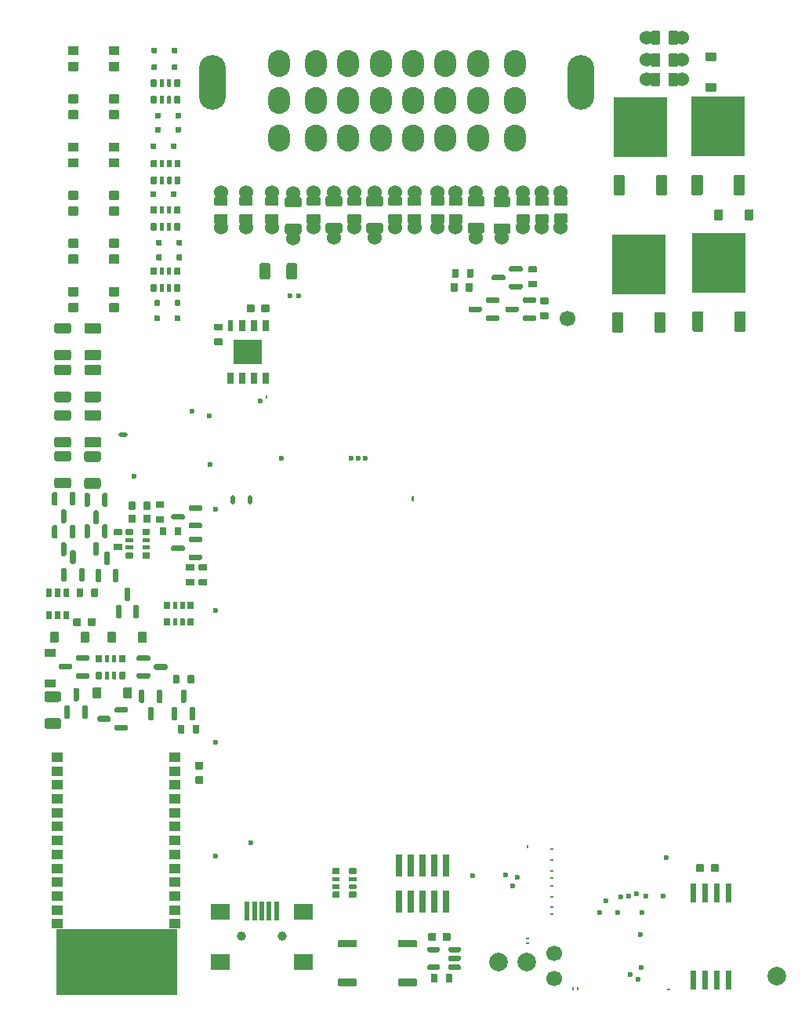
<source format=gts>
G04 #@! TF.GenerationSoftware,KiCad,Pcbnew,(6.0.1)*
G04 #@! TF.CreationDate,2022-08-30T17:12:40+03:00*
G04 #@! TF.ProjectId,alphax_2ch,616c7068-6178-45f3-9263-682e6b696361,b*
G04 #@! TF.SameCoordinates,PX141f5e0PYa2cace0*
G04 #@! TF.FileFunction,Soldermask,Top*
G04 #@! TF.FilePolarity,Negative*
%FSLAX46Y46*%
G04 Gerber Fmt 4.6, Leading zero omitted, Abs format (unit mm)*
G04 Created by KiCad (PCBNEW (6.0.1)) date 2022-08-30 17:12:40*
%MOMM*%
%LPD*%
G01*
G04 APERTURE LIST*
%ADD10C,0.120000*%
%ADD11C,1.700000*%
%ADD12C,0.599999*%
%ADD13O,0.250000X0.499999*%
%ADD14O,0.499999X0.250000*%
%ADD15O,0.399999X0.200000*%
%ADD16C,1.524000*%
%ADD17C,2.000000*%
%ADD18C,1.000000*%
%ADD19R,0.500000X2.000000*%
%ADD20R,2.000000X1.700000*%
%ADD21R,5.800000X6.400000*%
%ADD22O,1.000001X0.499999*%
%ADD23O,0.200000X0.499999*%
%ADD24R,0.650000X1.310000*%
%ADD25R,0.600000X1.310000*%
%ADD26R,1.500000X1.325000*%
%ADD27R,1.300000X1.000000*%
%ADD28O,2.900000X5.900000*%
%ADD29O,2.400000X2.900000*%
%ADD30O,0.499999X1.000001*%
%ADD31R,0.740000X2.400000*%
G04 APERTURE END LIST*
D10*
G04 #@! TO.C,U4*
X6700000Y200000D02*
X6700000Y7200000D01*
X6700000Y7200000D02*
X19700000Y7200000D01*
X19700000Y7200000D02*
X19700000Y200000D01*
X19700000Y200000D02*
X6700000Y200000D01*
G36*
X19700000Y200000D02*
G01*
X6700000Y200000D01*
X6700000Y7200000D01*
X19700000Y7200000D01*
X19700000Y200000D01*
G37*
X19700000Y200000D02*
X6700000Y200000D01*
X6700000Y7200000D01*
X19700000Y7200000D01*
X19700000Y200000D01*
G04 #@! TD*
D11*
G04 #@! TO.C,P4*
X60500000Y4610000D03*
G04 #@! TD*
G04 #@! TO.C,P3*
X60510000Y1900000D03*
G04 #@! TD*
D12*
G04 #@! TO.C,M8*
X69802498Y6651661D03*
X69877501Y3101660D03*
X68702497Y2351662D03*
X69577499Y1826662D03*
D13*
X63027502Y776664D03*
X62527501Y776664D03*
D14*
X72877495Y726666D03*
G04 #@! TD*
D15*
G04 #@! TO.C,M4*
X60263525Y8795163D03*
X60263525Y9555142D03*
X60263525Y10730135D03*
X60263525Y11905122D03*
X60263525Y12745034D03*
X60263525Y13495106D03*
X60263525Y14670117D03*
X60263525Y15845114D03*
D12*
X70363132Y10805111D03*
X69938124Y8970101D03*
X69388127Y11020109D03*
X68513168Y10805114D03*
X67663145Y10730107D03*
X67338129Y8970101D03*
X66038162Y10280101D03*
X65388145Y8970101D03*
X72563148Y14895116D03*
X72263146Y10820110D03*
G04 #@! TD*
G04 #@! TO.C,R8*
G36*
G01*
X50461417Y83351578D02*
X49211417Y83351578D01*
G75*
G02*
X49111417Y83451578I0J100000D01*
G01*
X49111417Y84251578D01*
G75*
G02*
X49211417Y84351578I100000J0D01*
G01*
X50461417Y84351578D01*
G75*
G02*
X50561417Y84251578I0J-100000D01*
G01*
X50561417Y83451578D01*
G75*
G02*
X50461417Y83351578I-100000J0D01*
G01*
G37*
D16*
X49836417Y82896579D03*
G36*
G01*
X50461417Y85251600D02*
X49211417Y85251600D01*
G75*
G02*
X49111417Y85351600I0J100000D01*
G01*
X49111417Y86151600D01*
G75*
G02*
X49211417Y86251600I100000J0D01*
G01*
X50461417Y86251600D01*
G75*
G02*
X50561417Y86151600I0J-100000D01*
G01*
X50561417Y85351600D01*
G75*
G02*
X50461417Y85251600I-100000J0D01*
G01*
G37*
X49836417Y86706579D03*
G04 #@! TD*
G04 #@! TO.C,R29*
G36*
G01*
X17510000Y53350000D02*
X18290000Y53350000D01*
G75*
G02*
X18360000Y53280000I0J-70000D01*
G01*
X18360000Y52720000D01*
G75*
G02*
X18290000Y52650000I-70000J0D01*
G01*
X17510000Y52650000D01*
G75*
G02*
X17440000Y52720000I0J70000D01*
G01*
X17440000Y53280000D01*
G75*
G02*
X17510000Y53350000I70000J0D01*
G01*
G37*
G36*
G01*
X17510000Y51750000D02*
X18290000Y51750000D01*
G75*
G02*
X18360000Y51680000I0J-70000D01*
G01*
X18360000Y51120000D01*
G75*
G02*
X18290000Y51050000I-70000J0D01*
G01*
X17510000Y51050000D01*
G75*
G02*
X17440000Y51120000I0J70000D01*
G01*
X17440000Y51680000D01*
G75*
G02*
X17510000Y51750000I70000J0D01*
G01*
G37*
G04 #@! TD*
G04 #@! TO.C,R2*
G36*
G01*
X16900000Y76065000D02*
X16900000Y76735000D01*
G75*
G02*
X16965000Y76800000I65000J0D01*
G01*
X17485000Y76800000D01*
G75*
G02*
X17550000Y76735000I0J-65000D01*
G01*
X17550000Y76065000D01*
G75*
G02*
X17485000Y76000000I-65000J0D01*
G01*
X16965000Y76000000D01*
G75*
G02*
X16900000Y76065000I0J65000D01*
G01*
G37*
G36*
G01*
X17875000Y76045000D02*
X17875000Y76755000D01*
G75*
G02*
X17920000Y76800000I45000J0D01*
G01*
X18280000Y76800000D01*
G75*
G02*
X18325000Y76755000I0J-45000D01*
G01*
X18325000Y76045000D01*
G75*
G02*
X18280000Y76000000I-45000J0D01*
G01*
X17920000Y76000000D01*
G75*
G02*
X17875000Y76045000I0J45000D01*
G01*
G37*
G36*
G01*
X18675000Y76045000D02*
X18675000Y76755000D01*
G75*
G02*
X18720000Y76800000I45000J0D01*
G01*
X19080000Y76800000D01*
G75*
G02*
X19125000Y76755000I0J-45000D01*
G01*
X19125000Y76045000D01*
G75*
G02*
X19080000Y76000000I-45000J0D01*
G01*
X18720000Y76000000D01*
G75*
G02*
X18675000Y76045000I0J45000D01*
G01*
G37*
G36*
G01*
X19450000Y76065000D02*
X19450000Y76735000D01*
G75*
G02*
X19515000Y76800000I65000J0D01*
G01*
X20035000Y76800000D01*
G75*
G02*
X20100000Y76735000I0J-65000D01*
G01*
X20100000Y76065000D01*
G75*
G02*
X20035000Y76000000I-65000J0D01*
G01*
X19515000Y76000000D01*
G75*
G02*
X19450000Y76065000I0J65000D01*
G01*
G37*
G36*
G01*
X19450000Y77865000D02*
X19450000Y78535000D01*
G75*
G02*
X19515000Y78600000I65000J0D01*
G01*
X20035000Y78600000D01*
G75*
G02*
X20100000Y78535000I0J-65000D01*
G01*
X20100000Y77865000D01*
G75*
G02*
X20035000Y77800000I-65000J0D01*
G01*
X19515000Y77800000D01*
G75*
G02*
X19450000Y77865000I0J65000D01*
G01*
G37*
G36*
G01*
X18675000Y77845000D02*
X18675000Y78555000D01*
G75*
G02*
X18720000Y78600000I45000J0D01*
G01*
X19080000Y78600000D01*
G75*
G02*
X19125000Y78555000I0J-45000D01*
G01*
X19125000Y77845000D01*
G75*
G02*
X19080000Y77800000I-45000J0D01*
G01*
X18720000Y77800000D01*
G75*
G02*
X18675000Y77845000I0J45000D01*
G01*
G37*
G36*
G01*
X17875000Y77845000D02*
X17875000Y78555000D01*
G75*
G02*
X17920000Y78600000I45000J0D01*
G01*
X18280000Y78600000D01*
G75*
G02*
X18325000Y78555000I0J-45000D01*
G01*
X18325000Y77845000D01*
G75*
G02*
X18280000Y77800000I-45000J0D01*
G01*
X17920000Y77800000D01*
G75*
G02*
X17875000Y77845000I0J45000D01*
G01*
G37*
G36*
G01*
X16900000Y77865000D02*
X16900000Y78535000D01*
G75*
G02*
X16965000Y78600000I65000J0D01*
G01*
X17485000Y78600000D01*
G75*
G02*
X17550000Y78535000I0J-65000D01*
G01*
X17550000Y77865000D01*
G75*
G02*
X17485000Y77800000I-65000J0D01*
G01*
X16965000Y77800000D01*
G75*
G02*
X16900000Y77865000I0J65000D01*
G01*
G37*
G04 #@! TD*
G04 #@! TO.C,R4*
G36*
G01*
X20124000Y90147000D02*
X20124000Y89477000D01*
G75*
G02*
X20059000Y89412000I-65000J0D01*
G01*
X19539000Y89412000D01*
G75*
G02*
X19474000Y89477000I0J65000D01*
G01*
X19474000Y90147000D01*
G75*
G02*
X19539000Y90212000I65000J0D01*
G01*
X20059000Y90212000D01*
G75*
G02*
X20124000Y90147000I0J-65000D01*
G01*
G37*
G36*
G01*
X19149000Y90167000D02*
X19149000Y89457000D01*
G75*
G02*
X19104000Y89412000I-45000J0D01*
G01*
X18744000Y89412000D01*
G75*
G02*
X18699000Y89457000I0J45000D01*
G01*
X18699000Y90167000D01*
G75*
G02*
X18744000Y90212000I45000J0D01*
G01*
X19104000Y90212000D01*
G75*
G02*
X19149000Y90167000I0J-45000D01*
G01*
G37*
G36*
G01*
X18349000Y90167000D02*
X18349000Y89457000D01*
G75*
G02*
X18304000Y89412000I-45000J0D01*
G01*
X17944000Y89412000D01*
G75*
G02*
X17899000Y89457000I0J45000D01*
G01*
X17899000Y90167000D01*
G75*
G02*
X17944000Y90212000I45000J0D01*
G01*
X18304000Y90212000D01*
G75*
G02*
X18349000Y90167000I0J-45000D01*
G01*
G37*
G36*
G01*
X17574000Y90147000D02*
X17574000Y89477000D01*
G75*
G02*
X17509000Y89412000I-65000J0D01*
G01*
X16989000Y89412000D01*
G75*
G02*
X16924000Y89477000I0J65000D01*
G01*
X16924000Y90147000D01*
G75*
G02*
X16989000Y90212000I65000J0D01*
G01*
X17509000Y90212000D01*
G75*
G02*
X17574000Y90147000I0J-65000D01*
G01*
G37*
G36*
G01*
X17574000Y88347000D02*
X17574000Y87677000D01*
G75*
G02*
X17509000Y87612000I-65000J0D01*
G01*
X16989000Y87612000D01*
G75*
G02*
X16924000Y87677000I0J65000D01*
G01*
X16924000Y88347000D01*
G75*
G02*
X16989000Y88412000I65000J0D01*
G01*
X17509000Y88412000D01*
G75*
G02*
X17574000Y88347000I0J-65000D01*
G01*
G37*
G36*
G01*
X18349000Y88367000D02*
X18349000Y87657000D01*
G75*
G02*
X18304000Y87612000I-45000J0D01*
G01*
X17944000Y87612000D01*
G75*
G02*
X17899000Y87657000I0J45000D01*
G01*
X17899000Y88367000D01*
G75*
G02*
X17944000Y88412000I45000J0D01*
G01*
X18304000Y88412000D01*
G75*
G02*
X18349000Y88367000I0J-45000D01*
G01*
G37*
G36*
G01*
X19149000Y88367000D02*
X19149000Y87657000D01*
G75*
G02*
X19104000Y87612000I-45000J0D01*
G01*
X18744000Y87612000D01*
G75*
G02*
X18699000Y87657000I0J45000D01*
G01*
X18699000Y88367000D01*
G75*
G02*
X18744000Y88412000I45000J0D01*
G01*
X19104000Y88412000D01*
G75*
G02*
X19149000Y88367000I0J-45000D01*
G01*
G37*
G36*
G01*
X20124000Y88347000D02*
X20124000Y87677000D01*
G75*
G02*
X20059000Y87612000I-65000J0D01*
G01*
X19539000Y87612000D01*
G75*
G02*
X19474000Y87677000I0J65000D01*
G01*
X19474000Y88347000D01*
G75*
G02*
X19539000Y88412000I65000J0D01*
G01*
X20059000Y88412000D01*
G75*
G02*
X20124000Y88347000I0J-65000D01*
G01*
G37*
G04 #@! TD*
G04 #@! TO.C,C3*
G36*
G01*
X22500000Y22864999D02*
X21820000Y22864999D01*
G75*
G02*
X21735000Y22949999I0J85000D01*
G01*
X21735000Y23629999D01*
G75*
G02*
X21820000Y23714999I85000J0D01*
G01*
X22500000Y23714999D01*
G75*
G02*
X22585000Y23629999I0J-85000D01*
G01*
X22585000Y22949999D01*
G75*
G02*
X22500000Y22864999I-85000J0D01*
G01*
G37*
G36*
G01*
X22500000Y24445001D02*
X21820000Y24445001D01*
G75*
G02*
X21735000Y24530001I0J85000D01*
G01*
X21735000Y25210001D01*
G75*
G02*
X21820000Y25295001I85000J0D01*
G01*
X22500000Y25295001D01*
G75*
G02*
X22585000Y25210001I0J-85000D01*
G01*
X22585000Y24530001D01*
G75*
G02*
X22500000Y24445001I-85000J0D01*
G01*
G37*
G04 #@! TD*
G04 #@! TO.C,R9*
G36*
G01*
X48507571Y83373048D02*
X47257571Y83373048D01*
G75*
G02*
X47157571Y83473048I0J100000D01*
G01*
X47157571Y84273048D01*
G75*
G02*
X47257571Y84373048I100000J0D01*
G01*
X48507571Y84373048D01*
G75*
G02*
X48607571Y84273048I0J-100000D01*
G01*
X48607571Y83473048D01*
G75*
G02*
X48507571Y83373048I-100000J0D01*
G01*
G37*
X47882571Y82918049D03*
G36*
G01*
X48507571Y85273070D02*
X47257571Y85273070D01*
G75*
G02*
X47157571Y85373070I0J100000D01*
G01*
X47157571Y86173070D01*
G75*
G02*
X47257571Y86273070I100000J0D01*
G01*
X48507571Y86273070D01*
G75*
G02*
X48607571Y86173070I0J-100000D01*
G01*
X48607571Y85373070D01*
G75*
G02*
X48507571Y85273070I-100000J0D01*
G01*
G37*
X47882571Y86728049D03*
G04 #@! TD*
G04 #@! TO.C,R21*
G36*
G01*
X8300000Y60094990D02*
X8300000Y59404990D01*
G75*
G02*
X8070000Y59174990I-230000J0D01*
G01*
X6730000Y59174990D01*
G75*
G02*
X6500000Y59404990I0J230000D01*
G01*
X6500000Y60094990D01*
G75*
G02*
X6730000Y60324990I230000J0D01*
G01*
X8070000Y60324990D01*
G75*
G02*
X8300000Y60094990I0J-230000D01*
G01*
G37*
G36*
G01*
X8300000Y62995010D02*
X8300000Y62305010D01*
G75*
G02*
X8070000Y62075010I-230000J0D01*
G01*
X6730000Y62075010D01*
G75*
G02*
X6500000Y62305010I0J230000D01*
G01*
X6500000Y62995010D01*
G75*
G02*
X6730000Y63225010I230000J0D01*
G01*
X8070000Y63225010D01*
G75*
G02*
X8300000Y62995010I0J-230000D01*
G01*
G37*
G04 #@! TD*
D17*
G04 #@! TO.C,J5*
X54500000Y3650000D03*
G04 #@! TD*
D16*
G04 #@! TO.C,F4*
X36700000Y86750000D03*
G36*
G01*
X35800000Y85405010D02*
X35800000Y86095010D01*
G75*
G02*
X36030000Y86325010I230000J0D01*
G01*
X37370000Y86325010D01*
G75*
G02*
X37600000Y86095010I0J-230000D01*
G01*
X37600000Y85405010D01*
G75*
G02*
X37370000Y85175010I-230000J0D01*
G01*
X36030000Y85175010D01*
G75*
G02*
X35800000Y85405010I0J230000D01*
G01*
G37*
X36700000Y81850000D03*
G36*
G01*
X35800000Y82504990D02*
X35800000Y83194990D01*
G75*
G02*
X36030000Y83424990I230000J0D01*
G01*
X37370000Y83424990D01*
G75*
G02*
X37600000Y83194990I0J-230000D01*
G01*
X37600000Y82504990D01*
G75*
G02*
X37370000Y82274990I-230000J0D01*
G01*
X36030000Y82274990D01*
G75*
G02*
X35800000Y82504990I0J230000D01*
G01*
G37*
G04 #@! TD*
G04 #@! TO.C,Q13*
G36*
G01*
X57075000Y76700000D02*
X57075000Y76400000D01*
G75*
G02*
X56925000Y76250000I-150000J0D01*
G01*
X55750000Y76250000D01*
G75*
G02*
X55600000Y76400000I0J150000D01*
G01*
X55600000Y76700000D01*
G75*
G02*
X55750000Y76850000I150000J0D01*
G01*
X56925000Y76850000D01*
G75*
G02*
X57075000Y76700000I0J-150000D01*
G01*
G37*
G36*
G01*
X55200000Y77650000D02*
X55200000Y77350000D01*
G75*
G02*
X55050000Y77200000I-150000J0D01*
G01*
X53875000Y77200000D01*
G75*
G02*
X53725000Y77350000I0J150000D01*
G01*
X53725000Y77650000D01*
G75*
G02*
X53875000Y77800000I150000J0D01*
G01*
X55050000Y77800000D01*
G75*
G02*
X55200000Y77650000I0J-150000D01*
G01*
G37*
G36*
G01*
X57075000Y78600000D02*
X57075000Y78300000D01*
G75*
G02*
X56925000Y78150000I-150000J0D01*
G01*
X55750000Y78150000D01*
G75*
G02*
X55600000Y78300000I0J150000D01*
G01*
X55600000Y78600000D01*
G75*
G02*
X55750000Y78750000I150000J0D01*
G01*
X56925000Y78750000D01*
G75*
G02*
X57075000Y78600000I0J-150000D01*
G01*
G37*
G04 #@! TD*
G04 #@! TO.C,D1*
G36*
G01*
X17561499Y80000000D02*
X18041499Y80000000D01*
G75*
G02*
X18101499Y79940000I0J-60000D01*
G01*
X18101499Y79460000D01*
G75*
G02*
X18041499Y79400000I-60000J0D01*
G01*
X17561499Y79400000D01*
G75*
G02*
X17501499Y79460000I0J60000D01*
G01*
X17501499Y79940000D01*
G75*
G02*
X17561499Y80000000I60000J0D01*
G01*
G37*
G36*
G01*
X19761499Y80000000D02*
X20241499Y80000000D01*
G75*
G02*
X20301499Y79940000I0J-60000D01*
G01*
X20301499Y79460000D01*
G75*
G02*
X20241499Y79400000I-60000J0D01*
G01*
X19761499Y79400000D01*
G75*
G02*
X19701499Y79460000I0J60000D01*
G01*
X19701499Y79940000D01*
G75*
G02*
X19761499Y80000000I60000J0D01*
G01*
G37*
G04 #@! TD*
G04 #@! TO.C,D15*
G36*
G01*
X13399998Y84200001D02*
X12499998Y84200001D01*
G75*
G02*
X12399998Y84300001I0J100000D01*
G01*
X12399998Y85100001D01*
G75*
G02*
X12499998Y85200001I100000J0D01*
G01*
X13399998Y85200001D01*
G75*
G02*
X13499998Y85100001I0J-100000D01*
G01*
X13499998Y84300001D01*
G75*
G02*
X13399998Y84200001I-100000J0D01*
G01*
G37*
G36*
G01*
X13399998Y85900001D02*
X12499998Y85900001D01*
G75*
G02*
X12399998Y86000001I0J100000D01*
G01*
X12399998Y86800001D01*
G75*
G02*
X12499998Y86900001I100000J0D01*
G01*
X13399998Y86900001D01*
G75*
G02*
X13499998Y86800001I0J-100000D01*
G01*
X13499998Y86000001D01*
G75*
G02*
X13399998Y85900001I-100000J0D01*
G01*
G37*
G04 #@! TD*
G04 #@! TO.C,C1*
G36*
G01*
X27284999Y73860000D02*
X27284999Y74540000D01*
G75*
G02*
X27369999Y74625000I85000J0D01*
G01*
X28049999Y74625000D01*
G75*
G02*
X28134999Y74540000I0J-85000D01*
G01*
X28134999Y73860000D01*
G75*
G02*
X28049999Y73775000I-85000J0D01*
G01*
X27369999Y73775000D01*
G75*
G02*
X27284999Y73860000I0J85000D01*
G01*
G37*
G36*
G01*
X28865001Y73860000D02*
X28865001Y74540000D01*
G75*
G02*
X28950001Y74625000I85000J0D01*
G01*
X29630001Y74625000D01*
G75*
G02*
X29715001Y74540000I0J-85000D01*
G01*
X29715001Y73860000D01*
G75*
G02*
X29630001Y73775000I-85000J0D01*
G01*
X28950001Y73775000D01*
G75*
G02*
X28865001Y73860000I0J85000D01*
G01*
G37*
G04 #@! TD*
G04 #@! TO.C,S1*
G36*
G01*
X43730000Y6050001D02*
X45570000Y6050001D01*
G75*
G02*
X45650000Y5970001I0J-80000D01*
G01*
X45650000Y5330001D01*
G75*
G02*
X45570000Y5250001I-80000J0D01*
G01*
X43730000Y5250001D01*
G75*
G02*
X43650000Y5330001I0J80000D01*
G01*
X43650000Y5970001D01*
G75*
G02*
X43730000Y6050001I80000J0D01*
G01*
G37*
G36*
G01*
X43730000Y1850000D02*
X45570000Y1850000D01*
G75*
G02*
X45650000Y1770000I0J-80000D01*
G01*
X45650000Y1130000D01*
G75*
G02*
X45570000Y1050000I-80000J0D01*
G01*
X43730000Y1050000D01*
G75*
G02*
X43650000Y1130000I0J80000D01*
G01*
X43650000Y1770000D01*
G75*
G02*
X43730000Y1850000I80000J0D01*
G01*
G37*
G04 #@! TD*
G04 #@! TO.C,D6*
G36*
G01*
X17058502Y102312502D02*
X17538502Y102312502D01*
G75*
G02*
X17598502Y102252502I0J-60000D01*
G01*
X17598502Y101772502D01*
G75*
G02*
X17538502Y101712502I-60000J0D01*
G01*
X17058502Y101712502D01*
G75*
G02*
X16998502Y101772502I0J60000D01*
G01*
X16998502Y102252502D01*
G75*
G02*
X17058502Y102312502I60000J0D01*
G01*
G37*
G36*
G01*
X19258502Y102312502D02*
X19738502Y102312502D01*
G75*
G02*
X19798502Y102252502I0J-60000D01*
G01*
X19798502Y101772502D01*
G75*
G02*
X19738502Y101712502I-60000J0D01*
G01*
X19258502Y101712502D01*
G75*
G02*
X19198502Y101772502I0J60000D01*
G01*
X19198502Y102252502D01*
G75*
G02*
X19258502Y102312502I60000J0D01*
G01*
G37*
G04 #@! TD*
G04 #@! TO.C,C4*
G36*
G01*
X49305001Y6720000D02*
X49305001Y6040000D01*
G75*
G02*
X49220001Y5955000I-85000J0D01*
G01*
X48540001Y5955000D01*
G75*
G02*
X48455001Y6040000I0J85000D01*
G01*
X48455001Y6720000D01*
G75*
G02*
X48540001Y6805000I85000J0D01*
G01*
X49220001Y6805000D01*
G75*
G02*
X49305001Y6720000I0J-85000D01*
G01*
G37*
G36*
G01*
X47724999Y6720000D02*
X47724999Y6040000D01*
G75*
G02*
X47639999Y5955000I-85000J0D01*
G01*
X46959999Y5955000D01*
G75*
G02*
X46874999Y6040000I0J85000D01*
G01*
X46874999Y6720000D01*
G75*
G02*
X46959999Y6805000I85000J0D01*
G01*
X47639999Y6805000D01*
G75*
G02*
X47724999Y6720000I0J-85000D01*
G01*
G37*
G04 #@! TD*
G04 #@! TO.C,Q1*
G36*
G01*
X14465000Y29110000D02*
X14465000Y28810000D01*
G75*
G02*
X14315000Y28660000I-150000J0D01*
G01*
X13140000Y28660000D01*
G75*
G02*
X12990000Y28810000I0J150000D01*
G01*
X12990000Y29110000D01*
G75*
G02*
X13140000Y29260000I150000J0D01*
G01*
X14315000Y29260000D01*
G75*
G02*
X14465000Y29110000I0J-150000D01*
G01*
G37*
G36*
G01*
X12590000Y30060000D02*
X12590000Y29760000D01*
G75*
G02*
X12440000Y29610000I-150000J0D01*
G01*
X11265000Y29610000D01*
G75*
G02*
X11115000Y29760000I0J150000D01*
G01*
X11115000Y30060000D01*
G75*
G02*
X11265000Y30210000I150000J0D01*
G01*
X12440000Y30210000D01*
G75*
G02*
X12590000Y30060000I0J-150000D01*
G01*
G37*
G36*
G01*
X14465000Y31010000D02*
X14465000Y30710000D01*
G75*
G02*
X14315000Y30560000I-150000J0D01*
G01*
X13140000Y30560000D01*
G75*
G02*
X12990000Y30710000I0J150000D01*
G01*
X12990000Y31010000D01*
G75*
G02*
X13140000Y31160000I150000J0D01*
G01*
X14315000Y31160000D01*
G75*
G02*
X14465000Y31010000I0J-150000D01*
G01*
G37*
G04 #@! TD*
G04 #@! TO.C,R24*
G36*
G01*
X8300000Y64994990D02*
X8300000Y64304990D01*
G75*
G02*
X8070000Y64074990I-230000J0D01*
G01*
X6730000Y64074990D01*
G75*
G02*
X6500000Y64304990I0J230000D01*
G01*
X6500000Y64994990D01*
G75*
G02*
X6730000Y65224990I230000J0D01*
G01*
X8070000Y65224990D01*
G75*
G02*
X8300000Y64994990I0J-230000D01*
G01*
G37*
G36*
G01*
X8300000Y67895010D02*
X8300000Y67205010D01*
G75*
G02*
X8070000Y66975010I-230000J0D01*
G01*
X6730000Y66975010D01*
G75*
G02*
X6500000Y67205010I0J230000D01*
G01*
X6500000Y67895010D01*
G75*
G02*
X6730000Y68125010I230000J0D01*
G01*
X8070000Y68125010D01*
G75*
G02*
X8300000Y67895010I0J-230000D01*
G01*
G37*
G04 #@! TD*
G04 #@! TO.C,D28*
G36*
G01*
X10250000Y39210000D02*
X10250000Y38190000D01*
G75*
G02*
X10160000Y38100000I-90000J0D01*
G01*
X9440000Y38100000D01*
G75*
G02*
X9350000Y38190000I0J90000D01*
G01*
X9350000Y39210000D01*
G75*
G02*
X9440000Y39300000I90000J0D01*
G01*
X10160000Y39300000D01*
G75*
G02*
X10250000Y39210000I0J-90000D01*
G01*
G37*
G36*
G01*
X6950000Y39210000D02*
X6950000Y38190000D01*
G75*
G02*
X6860000Y38100000I-90000J0D01*
G01*
X6140000Y38100000D01*
G75*
G02*
X6050000Y38190000I0J90000D01*
G01*
X6050000Y39210000D01*
G75*
G02*
X6140000Y39300000I90000J0D01*
G01*
X6860000Y39300000D01*
G75*
G02*
X6950000Y39210000I0J-90000D01*
G01*
G37*
G04 #@! TD*
G04 #@! TO.C,D12*
G36*
G01*
X13399998Y79000001D02*
X12499998Y79000001D01*
G75*
G02*
X12399998Y79100001I0J100000D01*
G01*
X12399998Y79900001D01*
G75*
G02*
X12499998Y80000001I100000J0D01*
G01*
X13399998Y80000001D01*
G75*
G02*
X13499998Y79900001I0J-100000D01*
G01*
X13499998Y79100001D01*
G75*
G02*
X13399998Y79000001I-100000J0D01*
G01*
G37*
G36*
G01*
X13399998Y80700001D02*
X12499998Y80700001D01*
G75*
G02*
X12399998Y80800001I0J100000D01*
G01*
X12399998Y81600001D01*
G75*
G02*
X12499998Y81700001I100000J0D01*
G01*
X13399998Y81700001D01*
G75*
G02*
X13499998Y81600001I0J-100000D01*
G01*
X13499998Y80800001D01*
G75*
G02*
X13399998Y80700001I-100000J0D01*
G01*
G37*
G04 #@! TD*
D11*
G04 #@! TO.C,P2*
X61958000Y73100000D03*
G04 #@! TD*
G04 #@! TO.C,R38*
G36*
G01*
X19850000Y28410000D02*
X19850000Y29190000D01*
G75*
G02*
X19920000Y29260000I70000J0D01*
G01*
X20480000Y29260000D01*
G75*
G02*
X20550000Y29190000I0J-70000D01*
G01*
X20550000Y28410000D01*
G75*
G02*
X20480000Y28340000I-70000J0D01*
G01*
X19920000Y28340000D01*
G75*
G02*
X19850000Y28410000I0J70000D01*
G01*
G37*
G36*
G01*
X21450000Y28410000D02*
X21450000Y29190000D01*
G75*
G02*
X21520000Y29260000I70000J0D01*
G01*
X22080000Y29260000D01*
G75*
G02*
X22150000Y29190000I0J-70000D01*
G01*
X22150000Y28410000D01*
G75*
G02*
X22080000Y28340000I-70000J0D01*
G01*
X21520000Y28340000D01*
G75*
G02*
X21450000Y28410000I0J70000D01*
G01*
G37*
G04 #@! TD*
G04 #@! TO.C,D22*
G36*
G01*
X17060000Y100500000D02*
X17540000Y100500000D01*
G75*
G02*
X17600000Y100440000I0J-60000D01*
G01*
X17600000Y99960000D01*
G75*
G02*
X17540000Y99900000I-60000J0D01*
G01*
X17060000Y99900000D01*
G75*
G02*
X17000000Y99960000I0J60000D01*
G01*
X17000000Y100440000D01*
G75*
G02*
X17060000Y100500000I60000J0D01*
G01*
G37*
G36*
G01*
X19260000Y100500000D02*
X19740000Y100500000D01*
G75*
G02*
X19800000Y100440000I0J-60000D01*
G01*
X19800000Y99960000D01*
G75*
G02*
X19740000Y99900000I-60000J0D01*
G01*
X19260000Y99900000D01*
G75*
G02*
X19200000Y99960000I0J60000D01*
G01*
X19200000Y100440000D01*
G75*
G02*
X19260000Y100500000I60000J0D01*
G01*
G37*
G04 #@! TD*
G04 #@! TO.C,R32*
G36*
G01*
X51650000Y76856000D02*
X51650000Y76076000D01*
G75*
G02*
X51580000Y76006000I-70000J0D01*
G01*
X51020000Y76006000D01*
G75*
G02*
X50950000Y76076000I0J70000D01*
G01*
X50950000Y76856000D01*
G75*
G02*
X51020000Y76926000I70000J0D01*
G01*
X51580000Y76926000D01*
G75*
G02*
X51650000Y76856000I0J-70000D01*
G01*
G37*
G36*
G01*
X50050000Y76856000D02*
X50050000Y76076000D01*
G75*
G02*
X49980000Y76006000I-70000J0D01*
G01*
X49420000Y76006000D01*
G75*
G02*
X49350000Y76076000I0J70000D01*
G01*
X49350000Y76856000D01*
G75*
G02*
X49420000Y76926000I70000J0D01*
G01*
X49980000Y76926000D01*
G75*
G02*
X50050000Y76856000I0J-70000D01*
G01*
G37*
G04 #@! TD*
G04 #@! TO.C,D11*
G36*
G01*
X13399998Y94600001D02*
X12499998Y94600001D01*
G75*
G02*
X12399998Y94700001I0J100000D01*
G01*
X12399998Y95500001D01*
G75*
G02*
X12499998Y95600001I100000J0D01*
G01*
X13399998Y95600001D01*
G75*
G02*
X13499998Y95500001I0J-100000D01*
G01*
X13499998Y94700001D01*
G75*
G02*
X13399998Y94600001I-100000J0D01*
G01*
G37*
G36*
G01*
X13399998Y96300001D02*
X12499998Y96300001D01*
G75*
G02*
X12399998Y96400001I0J100000D01*
G01*
X12399998Y97200001D01*
G75*
G02*
X12499998Y97300001I100000J0D01*
G01*
X13399998Y97300001D01*
G75*
G02*
X13499998Y97200001I0J-100000D01*
G01*
X13499998Y96400001D01*
G75*
G02*
X13399998Y96300001I-100000J0D01*
G01*
G37*
G04 #@! TD*
G04 #@! TO.C,R11*
G36*
G01*
X25125000Y83349999D02*
X23875000Y83349999D01*
G75*
G02*
X23775000Y83449999I0J100000D01*
G01*
X23775000Y84249999D01*
G75*
G02*
X23875000Y84349999I100000J0D01*
G01*
X25125000Y84349999D01*
G75*
G02*
X25225000Y84249999I0J-100000D01*
G01*
X25225000Y83449999D01*
G75*
G02*
X25125000Y83349999I-100000J0D01*
G01*
G37*
D16*
X24500000Y82895000D03*
X24500000Y86705000D03*
G36*
G01*
X25125000Y85250021D02*
X23875000Y85250021D01*
G75*
G02*
X23775000Y85350021I0J100000D01*
G01*
X23775000Y86150021D01*
G75*
G02*
X23875000Y86250021I100000J0D01*
G01*
X25125000Y86250021D01*
G75*
G02*
X25225000Y86150021I0J-100000D01*
G01*
X25225000Y85350021D01*
G75*
G02*
X25125000Y85250021I-100000J0D01*
G01*
G37*
G04 #@! TD*
G04 #@! TO.C,R6*
G36*
G01*
X73850001Y104025000D02*
X73850001Y102775000D01*
G75*
G02*
X73750001Y102675000I-100000J0D01*
G01*
X72950001Y102675000D01*
G75*
G02*
X72850001Y102775000I0J100000D01*
G01*
X72850001Y104025000D01*
G75*
G02*
X72950001Y104125000I100000J0D01*
G01*
X73750001Y104125000D01*
G75*
G02*
X73850001Y104025000I0J-100000D01*
G01*
G37*
X74305000Y103400000D03*
G36*
G01*
X71949979Y104025000D02*
X71949979Y102775000D01*
G75*
G02*
X71849979Y102675000I-100000J0D01*
G01*
X71049979Y102675000D01*
G75*
G02*
X70949979Y102775000I0J100000D01*
G01*
X70949979Y104025000D01*
G75*
G02*
X71049979Y104125000I100000J0D01*
G01*
X71849979Y104125000D01*
G75*
G02*
X71949979Y104025000I0J-100000D01*
G01*
G37*
X70495000Y103400000D03*
G04 #@! TD*
D18*
G04 #@! TO.C,J1*
X26710000Y6475000D03*
X31110000Y6475000D03*
D19*
X27310000Y9175000D03*
X28110000Y9175000D03*
X28910000Y9175000D03*
X29710000Y9175000D03*
X30510000Y9175000D03*
D20*
X33360000Y3625000D03*
X24460000Y3625000D03*
X33360000Y9075000D03*
X24460000Y9075000D03*
G04 #@! TD*
G04 #@! TO.C,R36*
G36*
G01*
X11522072Y55654980D02*
X11522072Y54964980D01*
G75*
G02*
X11292072Y54734980I-230000J0D01*
G01*
X9952072Y54734980D01*
G75*
G02*
X9722072Y54964980I0J230000D01*
G01*
X9722072Y55654980D01*
G75*
G02*
X9952072Y55884980I230000J0D01*
G01*
X11292072Y55884980D01*
G75*
G02*
X11522072Y55654980I0J-230000D01*
G01*
G37*
G36*
G01*
X11522072Y58555000D02*
X11522072Y57865000D01*
G75*
G02*
X11292072Y57635000I-230000J0D01*
G01*
X9952072Y57635000D01*
G75*
G02*
X9722072Y57865000I0J230000D01*
G01*
X9722072Y58555000D01*
G75*
G02*
X9952072Y58785000I230000J0D01*
G01*
X11292072Y58785000D01*
G75*
G02*
X11522072Y58555000I0J-230000D01*
G01*
G37*
G04 #@! TD*
G04 #@! TO.C,Q8*
G36*
G01*
X76420000Y86400000D02*
X75460000Y86400000D01*
G75*
G02*
X75340000Y86520000I0J120000D01*
G01*
X75340000Y88480000D01*
G75*
G02*
X75460000Y88600000I120000J0D01*
G01*
X76420000Y88600000D01*
G75*
G02*
X76540000Y88480000I0J-120000D01*
G01*
X76540000Y86520000D01*
G75*
G02*
X76420000Y86400000I-120000J0D01*
G01*
G37*
D21*
X78220000Y93800000D03*
G36*
G01*
X80980000Y86400000D02*
X80020000Y86400000D01*
G75*
G02*
X79900000Y86520000I0J120000D01*
G01*
X79900000Y88480000D01*
G75*
G02*
X80020000Y88600000I120000J0D01*
G01*
X80980000Y88600000D01*
G75*
G02*
X81100000Y88480000I0J-120000D01*
G01*
X81100000Y86520000D01*
G75*
G02*
X80980000Y86400000I-120000J0D01*
G01*
G37*
G04 #@! TD*
G04 #@! TO.C,Q4*
G36*
G01*
X8300000Y50825000D02*
X8600000Y50825000D01*
G75*
G02*
X8750000Y50675000I0J-150000D01*
G01*
X8750000Y49500000D01*
G75*
G02*
X8600000Y49350000I-150000J0D01*
G01*
X8300000Y49350000D01*
G75*
G02*
X8150000Y49500000I0J150000D01*
G01*
X8150000Y50675000D01*
G75*
G02*
X8300000Y50825000I150000J0D01*
G01*
G37*
G36*
G01*
X7350000Y48950000D02*
X7650000Y48950000D01*
G75*
G02*
X7800000Y48800000I0J-150000D01*
G01*
X7800000Y47625000D01*
G75*
G02*
X7650000Y47475000I-150000J0D01*
G01*
X7350000Y47475000D01*
G75*
G02*
X7200000Y47625000I0J150000D01*
G01*
X7200000Y48800000D01*
G75*
G02*
X7350000Y48950000I150000J0D01*
G01*
G37*
G36*
G01*
X6400000Y50825000D02*
X6700000Y50825000D01*
G75*
G02*
X6850000Y50675000I0J-150000D01*
G01*
X6850000Y49500000D01*
G75*
G02*
X6700000Y49350000I-150000J0D01*
G01*
X6400000Y49350000D01*
G75*
G02*
X6250000Y49500000I0J150000D01*
G01*
X6250000Y50675000D01*
G75*
G02*
X6400000Y50825000I150000J0D01*
G01*
G37*
G04 #@! TD*
G04 #@! TO.C,R30*
G36*
G01*
X59808000Y73050000D02*
X59028000Y73050000D01*
G75*
G02*
X58958000Y73120000I0J70000D01*
G01*
X58958000Y73680000D01*
G75*
G02*
X59028000Y73750000I70000J0D01*
G01*
X59808000Y73750000D01*
G75*
G02*
X59878000Y73680000I0J-70000D01*
G01*
X59878000Y73120000D01*
G75*
G02*
X59808000Y73050000I-70000J0D01*
G01*
G37*
G36*
G01*
X59808000Y74650000D02*
X59028000Y74650000D01*
G75*
G02*
X58958000Y74720000I0J70000D01*
G01*
X58958000Y75280000D01*
G75*
G02*
X59028000Y75350000I70000J0D01*
G01*
X59808000Y75350000D01*
G75*
G02*
X59878000Y75280000I0J-70000D01*
G01*
X59878000Y74720000D01*
G75*
G02*
X59808000Y74650000I-70000J0D01*
G01*
G37*
G04 #@! TD*
G04 #@! TO.C,R41*
G36*
G01*
X20760000Y46600000D02*
X21540000Y46600000D01*
G75*
G02*
X21610000Y46530000I0J-70000D01*
G01*
X21610000Y45970000D01*
G75*
G02*
X21540000Y45900000I-70000J0D01*
G01*
X20760000Y45900000D01*
G75*
G02*
X20690000Y45970000I0J70000D01*
G01*
X20690000Y46530000D01*
G75*
G02*
X20760000Y46600000I70000J0D01*
G01*
G37*
G36*
G01*
X20760000Y45000000D02*
X21540000Y45000000D01*
G75*
G02*
X21610000Y44930000I0J-70000D01*
G01*
X21610000Y44370000D01*
G75*
G02*
X21540000Y44300000I-70000J0D01*
G01*
X20760000Y44300000D01*
G75*
G02*
X20690000Y44370000I0J70000D01*
G01*
X20690000Y44930000D01*
G75*
G02*
X20760000Y45000000I70000J0D01*
G01*
G37*
G04 #@! TD*
G04 #@! TO.C,U2*
G36*
G01*
X8100000Y43890000D02*
X8100000Y43110000D01*
G75*
G02*
X8040000Y43050000I-60000J0D01*
G01*
X7560000Y43050000D01*
G75*
G02*
X7500000Y43110000I0J60000D01*
G01*
X7500000Y43890000D01*
G75*
G02*
X7560000Y43950000I60000J0D01*
G01*
X8040000Y43950000D01*
G75*
G02*
X8100000Y43890000I0J-60000D01*
G01*
G37*
G36*
G01*
X7150000Y43890000D02*
X7150000Y43110000D01*
G75*
G02*
X7090000Y43050000I-60000J0D01*
G01*
X6610000Y43050000D01*
G75*
G02*
X6550000Y43110000I0J60000D01*
G01*
X6550000Y43890000D01*
G75*
G02*
X6610000Y43950000I60000J0D01*
G01*
X7090000Y43950000D01*
G75*
G02*
X7150000Y43890000I0J-60000D01*
G01*
G37*
G36*
G01*
X6200000Y43890000D02*
X6200000Y43110000D01*
G75*
G02*
X6140000Y43050000I-60000J0D01*
G01*
X5660000Y43050000D01*
G75*
G02*
X5600000Y43110000I0J60000D01*
G01*
X5600000Y43890000D01*
G75*
G02*
X5660000Y43950000I60000J0D01*
G01*
X6140000Y43950000D01*
G75*
G02*
X6200000Y43890000I0J-60000D01*
G01*
G37*
G36*
G01*
X6200000Y41490000D02*
X6200000Y40710000D01*
G75*
G02*
X6140000Y40650000I-60000J0D01*
G01*
X5660000Y40650000D01*
G75*
G02*
X5600000Y40710000I0J60000D01*
G01*
X5600000Y41490000D01*
G75*
G02*
X5660000Y41550000I60000J0D01*
G01*
X6140000Y41550000D01*
G75*
G02*
X6200000Y41490000I0J-60000D01*
G01*
G37*
G36*
G01*
X7150000Y41490000D02*
X7150000Y40710000D01*
G75*
G02*
X7090000Y40650000I-60000J0D01*
G01*
X6610000Y40650000D01*
G75*
G02*
X6550000Y40710000I0J60000D01*
G01*
X6550000Y41490000D01*
G75*
G02*
X6610000Y41550000I60000J0D01*
G01*
X7090000Y41550000D01*
G75*
G02*
X7150000Y41490000I0J-60000D01*
G01*
G37*
G36*
G01*
X8100000Y41490000D02*
X8100000Y40710000D01*
G75*
G02*
X8040000Y40650000I-60000J0D01*
G01*
X7560000Y40650000D01*
G75*
G02*
X7500000Y40710000I0J60000D01*
G01*
X7500000Y41490000D01*
G75*
G02*
X7560000Y41550000I60000J0D01*
G01*
X8040000Y41550000D01*
G75*
G02*
X8100000Y41490000I0J-60000D01*
G01*
G37*
G04 #@! TD*
G04 #@! TO.C,U5*
G36*
G01*
X50390000Y3260000D02*
X50390000Y2960000D01*
G75*
G02*
X50240000Y2810000I-150000J0D01*
G01*
X49215000Y2810000D01*
G75*
G02*
X49065000Y2960000I0J150000D01*
G01*
X49065000Y3260000D01*
G75*
G02*
X49215000Y3410000I150000J0D01*
G01*
X50240000Y3410000D01*
G75*
G02*
X50390000Y3260000I0J-150000D01*
G01*
G37*
G36*
G01*
X50390000Y4210000D02*
X50390000Y3910000D01*
G75*
G02*
X50240000Y3760000I-150000J0D01*
G01*
X49215000Y3760000D01*
G75*
G02*
X49065000Y3910000I0J150000D01*
G01*
X49065000Y4210000D01*
G75*
G02*
X49215000Y4360000I150000J0D01*
G01*
X50240000Y4360000D01*
G75*
G02*
X50390000Y4210000I0J-150000D01*
G01*
G37*
G36*
G01*
X50390000Y5160000D02*
X50390000Y4860000D01*
G75*
G02*
X50240000Y4710000I-150000J0D01*
G01*
X49215000Y4710000D01*
G75*
G02*
X49065000Y4860000I0J150000D01*
G01*
X49065000Y5160000D01*
G75*
G02*
X49215000Y5310000I150000J0D01*
G01*
X50240000Y5310000D01*
G75*
G02*
X50390000Y5160000I0J-150000D01*
G01*
G37*
G36*
G01*
X48115000Y5160000D02*
X48115000Y4860000D01*
G75*
G02*
X47965000Y4710000I-150000J0D01*
G01*
X46940000Y4710000D01*
G75*
G02*
X46790000Y4860000I0J150000D01*
G01*
X46790000Y5160000D01*
G75*
G02*
X46940000Y5310000I150000J0D01*
G01*
X47965000Y5310000D01*
G75*
G02*
X48115000Y5160000I0J-150000D01*
G01*
G37*
G36*
G01*
X48115000Y3260000D02*
X48115000Y2960000D01*
G75*
G02*
X47965000Y2810000I-150000J0D01*
G01*
X46940000Y2810000D01*
G75*
G02*
X46790000Y2960000I0J150000D01*
G01*
X46790000Y3260000D01*
G75*
G02*
X46940000Y3410000I150000J0D01*
G01*
X47965000Y3410000D01*
G75*
G02*
X48115000Y3260000I0J-150000D01*
G01*
G37*
G04 #@! TD*
G04 #@! TO.C,Q15*
G36*
G01*
X11400000Y44625000D02*
X11100000Y44625000D01*
G75*
G02*
X10950000Y44775000I0J150000D01*
G01*
X10950000Y45950000D01*
G75*
G02*
X11100000Y46100000I150000J0D01*
G01*
X11400000Y46100000D01*
G75*
G02*
X11550000Y45950000I0J-150000D01*
G01*
X11550000Y44775000D01*
G75*
G02*
X11400000Y44625000I-150000J0D01*
G01*
G37*
G36*
G01*
X12350000Y46500000D02*
X12050000Y46500000D01*
G75*
G02*
X11900000Y46650000I0J150000D01*
G01*
X11900000Y47825000D01*
G75*
G02*
X12050000Y47975000I150000J0D01*
G01*
X12350000Y47975000D01*
G75*
G02*
X12500000Y47825000I0J-150000D01*
G01*
X12500000Y46650000D01*
G75*
G02*
X12350000Y46500000I-150000J0D01*
G01*
G37*
G36*
G01*
X13300000Y44625000D02*
X13000000Y44625000D01*
G75*
G02*
X12850000Y44775000I0J150000D01*
G01*
X12850000Y45950000D01*
G75*
G02*
X13000000Y46100000I150000J0D01*
G01*
X13300000Y46100000D01*
G75*
G02*
X13450000Y45950000I0J-150000D01*
G01*
X13450000Y44775000D01*
G75*
G02*
X13300000Y44625000I-150000J0D01*
G01*
G37*
G04 #@! TD*
G04 #@! TO.C,R17*
G36*
G01*
X39525000Y83349999D02*
X38275000Y83349999D01*
G75*
G02*
X38175000Y83449999I0J100000D01*
G01*
X38175000Y84249999D01*
G75*
G02*
X38275000Y84349999I100000J0D01*
G01*
X39525000Y84349999D01*
G75*
G02*
X39625000Y84249999I0J-100000D01*
G01*
X39625000Y83449999D01*
G75*
G02*
X39525000Y83349999I-100000J0D01*
G01*
G37*
D16*
X38900000Y82895000D03*
G36*
G01*
X39525000Y85250021D02*
X38275000Y85250021D01*
G75*
G02*
X38175000Y85350021I0J100000D01*
G01*
X38175000Y86150021D01*
G75*
G02*
X38275000Y86250021I100000J0D01*
G01*
X39525000Y86250021D01*
G75*
G02*
X39625000Y86150021I0J-100000D01*
G01*
X39625000Y85350021D01*
G75*
G02*
X39525000Y85250021I-100000J0D01*
G01*
G37*
X38900000Y86705000D03*
G04 #@! TD*
G04 #@! TO.C,R33*
G36*
G01*
X51750000Y78380000D02*
X51750000Y77600000D01*
G75*
G02*
X51680000Y77530000I-70000J0D01*
G01*
X51120000Y77530000D01*
G75*
G02*
X51050000Y77600000I0J70000D01*
G01*
X51050000Y78380000D01*
G75*
G02*
X51120000Y78450000I70000J0D01*
G01*
X51680000Y78450000D01*
G75*
G02*
X51750000Y78380000I0J-70000D01*
G01*
G37*
G36*
G01*
X50150000Y78380000D02*
X50150000Y77600000D01*
G75*
G02*
X50080000Y77530000I-70000J0D01*
G01*
X49520000Y77530000D01*
G75*
G02*
X49450000Y77600000I0J70000D01*
G01*
X49450000Y78380000D01*
G75*
G02*
X49520000Y78450000I70000J0D01*
G01*
X50080000Y78450000D01*
G75*
G02*
X50150000Y78380000I0J-70000D01*
G01*
G37*
G04 #@! TD*
G04 #@! TO.C,Q19*
G36*
G01*
X19652000Y29723000D02*
X19352000Y29723000D01*
G75*
G02*
X19202000Y29873000I0J150000D01*
G01*
X19202000Y31048000D01*
G75*
G02*
X19352000Y31198000I150000J0D01*
G01*
X19652000Y31198000D01*
G75*
G02*
X19802000Y31048000I0J-150000D01*
G01*
X19802000Y29873000D01*
G75*
G02*
X19652000Y29723000I-150000J0D01*
G01*
G37*
G36*
G01*
X20602000Y31598000D02*
X20302000Y31598000D01*
G75*
G02*
X20152000Y31748000I0J150000D01*
G01*
X20152000Y32923000D01*
G75*
G02*
X20302000Y33073000I150000J0D01*
G01*
X20602000Y33073000D01*
G75*
G02*
X20752000Y32923000I0J-150000D01*
G01*
X20752000Y31748000D01*
G75*
G02*
X20602000Y31598000I-150000J0D01*
G01*
G37*
G36*
G01*
X21552000Y29723000D02*
X21252000Y29723000D01*
G75*
G02*
X21102000Y29873000I0J150000D01*
G01*
X21102000Y31048000D01*
G75*
G02*
X21252000Y31198000I150000J0D01*
G01*
X21552000Y31198000D01*
G75*
G02*
X21702000Y31048000I0J-150000D01*
G01*
X21702000Y29873000D01*
G75*
G02*
X21552000Y29723000I-150000J0D01*
G01*
G37*
G04 #@! TD*
G04 #@! TO.C,S2*
G36*
G01*
X37230000Y6050001D02*
X39070000Y6050001D01*
G75*
G02*
X39150000Y5970001I0J-80000D01*
G01*
X39150000Y5330001D01*
G75*
G02*
X39070000Y5250001I-80000J0D01*
G01*
X37230000Y5250001D01*
G75*
G02*
X37150000Y5330001I0J80000D01*
G01*
X37150000Y5970001D01*
G75*
G02*
X37230000Y6050001I80000J0D01*
G01*
G37*
G36*
G01*
X37230000Y1850000D02*
X39070000Y1850000D01*
G75*
G02*
X39150000Y1770000I0J-80000D01*
G01*
X39150000Y1130000D01*
G75*
G02*
X39070000Y1050000I-80000J0D01*
G01*
X37230000Y1050000D01*
G75*
G02*
X37150000Y1130000I0J80000D01*
G01*
X37150000Y1770000D01*
G75*
G02*
X37230000Y1850000I80000J0D01*
G01*
G37*
G04 #@! TD*
G04 #@! TO.C,Q18*
G36*
G01*
X17696000Y33073000D02*
X17996000Y33073000D01*
G75*
G02*
X18146000Y32923000I0J-150000D01*
G01*
X18146000Y31748000D01*
G75*
G02*
X17996000Y31598000I-150000J0D01*
G01*
X17696000Y31598000D01*
G75*
G02*
X17546000Y31748000I0J150000D01*
G01*
X17546000Y32923000D01*
G75*
G02*
X17696000Y33073000I150000J0D01*
G01*
G37*
G36*
G01*
X16746000Y31198000D02*
X17046000Y31198000D01*
G75*
G02*
X17196000Y31048000I0J-150000D01*
G01*
X17196000Y29873000D01*
G75*
G02*
X17046000Y29723000I-150000J0D01*
G01*
X16746000Y29723000D01*
G75*
G02*
X16596000Y29873000I0J150000D01*
G01*
X16596000Y31048000D01*
G75*
G02*
X16746000Y31198000I150000J0D01*
G01*
G37*
G36*
G01*
X15796000Y33073000D02*
X16096000Y33073000D01*
G75*
G02*
X16246000Y32923000I0J-150000D01*
G01*
X16246000Y31748000D01*
G75*
G02*
X16096000Y31598000I-150000J0D01*
G01*
X15796000Y31598000D01*
G75*
G02*
X15646000Y31748000I0J150000D01*
G01*
X15646000Y32923000D01*
G75*
G02*
X15796000Y33073000I150000J0D01*
G01*
G37*
G04 #@! TD*
G04 #@! TO.C,R34*
G36*
G01*
X11550000Y60094990D02*
X11550000Y59404990D01*
G75*
G02*
X11320000Y59174990I-230000J0D01*
G01*
X9980000Y59174990D01*
G75*
G02*
X9750000Y59404990I0J230000D01*
G01*
X9750000Y60094990D01*
G75*
G02*
X9980000Y60324990I230000J0D01*
G01*
X11320000Y60324990D01*
G75*
G02*
X11550000Y60094990I0J-230000D01*
G01*
G37*
G36*
G01*
X11550000Y62995010D02*
X11550000Y62305010D01*
G75*
G02*
X11320000Y62075010I-230000J0D01*
G01*
X9980000Y62075010D01*
G75*
G02*
X9750000Y62305010I0J230000D01*
G01*
X9750000Y62995010D01*
G75*
G02*
X9980000Y63225010I230000J0D01*
G01*
X11320000Y63225010D01*
G75*
G02*
X11550000Y62995010I0J-230000D01*
G01*
G37*
G04 #@! TD*
G04 #@! TO.C,D26*
G36*
G01*
X77800000Y83790000D02*
X77800000Y84810000D01*
G75*
G02*
X77890000Y84900000I90000J0D01*
G01*
X78610000Y84900000D01*
G75*
G02*
X78700000Y84810000I0J-90000D01*
G01*
X78700000Y83790000D01*
G75*
G02*
X78610000Y83700000I-90000J0D01*
G01*
X77890000Y83700000D01*
G75*
G02*
X77800000Y83790000I0J90000D01*
G01*
G37*
G36*
G01*
X81100000Y83790000D02*
X81100000Y84810000D01*
G75*
G02*
X81190000Y84900000I90000J0D01*
G01*
X81910000Y84900000D01*
G75*
G02*
X82000000Y84810000I0J-90000D01*
G01*
X82000000Y83790000D01*
G75*
G02*
X81910000Y83700000I-90000J0D01*
G01*
X81190000Y83700000D01*
G75*
G02*
X81100000Y83790000I0J90000D01*
G01*
G37*
G04 #@! TD*
G04 #@! TO.C,Q22*
G36*
G01*
X10305000Y34710000D02*
X10305000Y34410000D01*
G75*
G02*
X10155000Y34260000I-150000J0D01*
G01*
X8980000Y34260000D01*
G75*
G02*
X8830000Y34410000I0J150000D01*
G01*
X8830000Y34710000D01*
G75*
G02*
X8980000Y34860000I150000J0D01*
G01*
X10155000Y34860000D01*
G75*
G02*
X10305000Y34710000I0J-150000D01*
G01*
G37*
G36*
G01*
X8430000Y35660000D02*
X8430000Y35360000D01*
G75*
G02*
X8280000Y35210000I-150000J0D01*
G01*
X7105000Y35210000D01*
G75*
G02*
X6955000Y35360000I0J150000D01*
G01*
X6955000Y35660000D01*
G75*
G02*
X7105000Y35810000I150000J0D01*
G01*
X8280000Y35810000D01*
G75*
G02*
X8430000Y35660000I0J-150000D01*
G01*
G37*
G36*
G01*
X10305000Y36610000D02*
X10305000Y36310000D01*
G75*
G02*
X10155000Y36160000I-150000J0D01*
G01*
X8980000Y36160000D01*
G75*
G02*
X8830000Y36310000I0J150000D01*
G01*
X8830000Y36610000D01*
G75*
G02*
X8980000Y36760000I150000J0D01*
G01*
X10155000Y36760000D01*
G75*
G02*
X10305000Y36610000I0J-150000D01*
G01*
G37*
G04 #@! TD*
G04 #@! TO.C,R16*
X45400000Y82895000D03*
G36*
G01*
X46025000Y83349999D02*
X44775000Y83349999D01*
G75*
G02*
X44675000Y83449999I0J100000D01*
G01*
X44675000Y84249999D01*
G75*
G02*
X44775000Y84349999I100000J0D01*
G01*
X46025000Y84349999D01*
G75*
G02*
X46125000Y84249999I0J-100000D01*
G01*
X46125000Y83449999D01*
G75*
G02*
X46025000Y83349999I-100000J0D01*
G01*
G37*
G36*
G01*
X46025000Y85250021D02*
X44775000Y85250021D01*
G75*
G02*
X44675000Y85350021I0J100000D01*
G01*
X44675000Y86150021D01*
G75*
G02*
X44775000Y86250021I100000J0D01*
G01*
X46025000Y86250021D01*
G75*
G02*
X46125000Y86150021I0J-100000D01*
G01*
X46125000Y85350021D01*
G75*
G02*
X46025000Y85250021I-100000J0D01*
G01*
G37*
X45400000Y86705000D03*
G04 #@! TD*
D13*
G04 #@! TO.C,M7*
X57643334Y16087494D03*
D14*
X57593336Y5737500D03*
X57593336Y6237501D03*
D12*
X56543338Y12787498D03*
X56018338Y11912496D03*
X55268340Y13087500D03*
X51718339Y13012497D03*
G04 #@! TD*
G04 #@! TO.C,D9*
G36*
G01*
X8999998Y79000001D02*
X8099998Y79000001D01*
G75*
G02*
X7999998Y79100001I0J100000D01*
G01*
X7999998Y79900001D01*
G75*
G02*
X8099998Y80000001I100000J0D01*
G01*
X8999998Y80000001D01*
G75*
G02*
X9099998Y79900001I0J-100000D01*
G01*
X9099998Y79100001D01*
G75*
G02*
X8999998Y79000001I-100000J0D01*
G01*
G37*
G36*
G01*
X8999998Y80700001D02*
X8099998Y80700001D01*
G75*
G02*
X7999998Y80800001I0J100000D01*
G01*
X7999998Y81600001D01*
G75*
G02*
X8099998Y81700001I100000J0D01*
G01*
X8999998Y81700001D01*
G75*
G02*
X9099998Y81600001I0J-100000D01*
G01*
X9099998Y80800001D01*
G75*
G02*
X8999998Y80700001I-100000J0D01*
G01*
G37*
G04 #@! TD*
G04 #@! TO.C,D8*
G36*
G01*
X19640000Y91406000D02*
X19160000Y91406000D01*
G75*
G02*
X19100000Y91466000I0J60000D01*
G01*
X19100000Y91946000D01*
G75*
G02*
X19160000Y92006000I60000J0D01*
G01*
X19640000Y92006000D01*
G75*
G02*
X19700000Y91946000I0J-60000D01*
G01*
X19700000Y91466000D01*
G75*
G02*
X19640000Y91406000I-60000J0D01*
G01*
G37*
G36*
G01*
X17440000Y91406000D02*
X16960000Y91406000D01*
G75*
G02*
X16900000Y91466000I0J60000D01*
G01*
X16900000Y91946000D01*
G75*
G02*
X16960000Y92006000I60000J0D01*
G01*
X17440000Y92006000D01*
G75*
G02*
X17500000Y91946000I0J-60000D01*
G01*
X17500000Y91466000D01*
G75*
G02*
X17440000Y91406000I-60000J0D01*
G01*
G37*
G04 #@! TD*
D17*
G04 #@! TO.C,J6*
X57550000Y3650000D03*
G04 #@! TD*
G04 #@! TO.C,D14*
G36*
G01*
X8999998Y99800001D02*
X8099998Y99800001D01*
G75*
G02*
X7999998Y99900001I0J100000D01*
G01*
X7999998Y100700001D01*
G75*
G02*
X8099998Y100800001I100000J0D01*
G01*
X8999998Y100800001D01*
G75*
G02*
X9099998Y100700001I0J-100000D01*
G01*
X9099998Y99900001D01*
G75*
G02*
X8999998Y99800001I-100000J0D01*
G01*
G37*
G36*
G01*
X8999998Y101500001D02*
X8099998Y101500001D01*
G75*
G02*
X7999998Y101600001I0J100000D01*
G01*
X7999998Y102400001D01*
G75*
G02*
X8099998Y102500001I100000J0D01*
G01*
X8999998Y102500001D01*
G75*
G02*
X9099998Y102400001I0J-100000D01*
G01*
X9099998Y101600001D01*
G75*
G02*
X8999998Y101500001I-100000J0D01*
G01*
G37*
G04 #@! TD*
D22*
G04 #@! TO.C,M1*
X13891015Y60537887D03*
D23*
X29416015Y64587897D03*
D12*
X15066016Y56037888D03*
X23291016Y57362892D03*
X23273511Y62595386D03*
X21391015Y63087892D03*
X28741008Y64212878D03*
G04 #@! TD*
G04 #@! TO.C,R47*
G36*
G01*
X5430000Y31955010D02*
X5430000Y32645010D01*
G75*
G02*
X5660000Y32875010I230000J0D01*
G01*
X7000000Y32875010D01*
G75*
G02*
X7230000Y32645010I0J-230000D01*
G01*
X7230000Y31955010D01*
G75*
G02*
X7000000Y31725010I-230000J0D01*
G01*
X5660000Y31725010D01*
G75*
G02*
X5430000Y31955010I0J230000D01*
G01*
G37*
G36*
G01*
X5430000Y29054990D02*
X5430000Y29744990D01*
G75*
G02*
X5660000Y29974990I230000J0D01*
G01*
X7000000Y29974990D01*
G75*
G02*
X7230000Y29744990I0J-230000D01*
G01*
X7230000Y29054990D01*
G75*
G02*
X7000000Y28824990I-230000J0D01*
G01*
X5660000Y28824990D01*
G75*
G02*
X5430000Y29054990I0J230000D01*
G01*
G37*
G04 #@! TD*
G04 #@! TO.C,R35*
G36*
G01*
X11550000Y69494990D02*
X11550000Y68804990D01*
G75*
G02*
X11320000Y68574990I-230000J0D01*
G01*
X9980000Y68574990D01*
G75*
G02*
X9750000Y68804990I0J230000D01*
G01*
X9750000Y69494990D01*
G75*
G02*
X9980000Y69724990I230000J0D01*
G01*
X11320000Y69724990D01*
G75*
G02*
X11550000Y69494990I0J-230000D01*
G01*
G37*
G36*
G01*
X11550000Y72395010D02*
X11550000Y71705010D01*
G75*
G02*
X11320000Y71475010I-230000J0D01*
G01*
X9980000Y71475010D01*
G75*
G02*
X9750000Y71705010I0J230000D01*
G01*
X9750000Y72395010D01*
G75*
G02*
X9980000Y72625010I230000J0D01*
G01*
X11320000Y72625010D01*
G75*
G02*
X11550000Y72395010I0J-230000D01*
G01*
G37*
G04 #@! TD*
G04 #@! TO.C,Q14*
G36*
G01*
X54575000Y73300000D02*
X54575000Y73000000D01*
G75*
G02*
X54425000Y72850000I-150000J0D01*
G01*
X53250000Y72850000D01*
G75*
G02*
X53100000Y73000000I0J150000D01*
G01*
X53100000Y73300000D01*
G75*
G02*
X53250000Y73450000I150000J0D01*
G01*
X54425000Y73450000D01*
G75*
G02*
X54575000Y73300000I0J-150000D01*
G01*
G37*
G36*
G01*
X52700000Y74250000D02*
X52700000Y73950000D01*
G75*
G02*
X52550000Y73800000I-150000J0D01*
G01*
X51375000Y73800000D01*
G75*
G02*
X51225000Y73950000I0J150000D01*
G01*
X51225000Y74250000D01*
G75*
G02*
X51375000Y74400000I150000J0D01*
G01*
X52550000Y74400000D01*
G75*
G02*
X52700000Y74250000I0J-150000D01*
G01*
G37*
G36*
G01*
X54575000Y75200000D02*
X54575000Y74900000D01*
G75*
G02*
X54425000Y74750000I-150000J0D01*
G01*
X53250000Y74750000D01*
G75*
G02*
X53100000Y74900000I0J150000D01*
G01*
X53100000Y75200000D01*
G75*
G02*
X53250000Y75350000I150000J0D01*
G01*
X54425000Y75350000D01*
G75*
G02*
X54575000Y75200000I0J-150000D01*
G01*
G37*
G04 #@! TD*
G04 #@! TO.C,D29*
G36*
G01*
X10660000Y32190000D02*
X10660000Y33210000D01*
G75*
G02*
X10750000Y33300000I90000J0D01*
G01*
X11470000Y33300000D01*
G75*
G02*
X11560000Y33210000I0J-90000D01*
G01*
X11560000Y32190000D01*
G75*
G02*
X11470000Y32100000I-90000J0D01*
G01*
X10750000Y32100000D01*
G75*
G02*
X10660000Y32190000I0J90000D01*
G01*
G37*
G36*
G01*
X13960000Y32190000D02*
X13960000Y33210000D01*
G75*
G02*
X14050000Y33300000I90000J0D01*
G01*
X14770000Y33300000D01*
G75*
G02*
X14860000Y33210000I0J-90000D01*
G01*
X14860000Y32190000D01*
G75*
G02*
X14770000Y32100000I-90000J0D01*
G01*
X14050000Y32100000D01*
G75*
G02*
X13960000Y32190000I0J90000D01*
G01*
G37*
G04 #@! TD*
G04 #@! TO.C,C5*
G36*
G01*
X10965001Y40690000D02*
X10965001Y40010000D01*
G75*
G02*
X10880001Y39925000I-85000J0D01*
G01*
X10200001Y39925000D01*
G75*
G02*
X10115001Y40010000I0J85000D01*
G01*
X10115001Y40690000D01*
G75*
G02*
X10200001Y40775000I85000J0D01*
G01*
X10880001Y40775000D01*
G75*
G02*
X10965001Y40690000I0J-85000D01*
G01*
G37*
G36*
G01*
X9384999Y40690000D02*
X9384999Y40010000D01*
G75*
G02*
X9299999Y39925000I-85000J0D01*
G01*
X8619999Y39925000D01*
G75*
G02*
X8534999Y40010000I0J85000D01*
G01*
X8534999Y40690000D01*
G75*
G02*
X8619999Y40775000I85000J0D01*
G01*
X9299999Y40775000D01*
G75*
G02*
X9384999Y40690000I0J-85000D01*
G01*
G37*
G04 #@! TD*
G04 #@! TO.C,D16*
G36*
G01*
X13399998Y89400001D02*
X12499998Y89400001D01*
G75*
G02*
X12399998Y89500001I0J100000D01*
G01*
X12399998Y90300001D01*
G75*
G02*
X12499998Y90400001I100000J0D01*
G01*
X13399998Y90400001D01*
G75*
G02*
X13499998Y90300001I0J-100000D01*
G01*
X13499998Y89500001D01*
G75*
G02*
X13399998Y89400001I-100000J0D01*
G01*
G37*
G36*
G01*
X13399998Y91100001D02*
X12499998Y91100001D01*
G75*
G02*
X12399998Y91200001I0J100000D01*
G01*
X12399998Y92000001D01*
G75*
G02*
X12499998Y92100001I100000J0D01*
G01*
X13399998Y92100001D01*
G75*
G02*
X13499998Y92000001I0J-100000D01*
G01*
X13499998Y91200001D01*
G75*
G02*
X13399998Y91100001I-100000J0D01*
G01*
G37*
G04 #@! TD*
G04 #@! TO.C,M3*
X31025000Y58000000D03*
X38525000Y58000000D03*
X39325000Y58000000D03*
X40125000Y58000000D03*
X32925000Y75525000D03*
X31925000Y75525000D03*
G04 #@! TD*
G04 #@! TO.C,R3*
G36*
G01*
X24627135Y70236000D02*
X23847135Y70236000D01*
G75*
G02*
X23777135Y70306000I0J70000D01*
G01*
X23777135Y70866000D01*
G75*
G02*
X23847135Y70936000I70000J0D01*
G01*
X24627135Y70936000D01*
G75*
G02*
X24697135Y70866000I0J-70000D01*
G01*
X24697135Y70306000D01*
G75*
G02*
X24627135Y70236000I-70000J0D01*
G01*
G37*
G36*
G01*
X24627135Y71836000D02*
X23847135Y71836000D01*
G75*
G02*
X23777135Y71906000I0J70000D01*
G01*
X23777135Y72466000D01*
G75*
G02*
X23847135Y72536000I70000J0D01*
G01*
X24627135Y72536000D01*
G75*
G02*
X24697135Y72466000I0J-70000D01*
G01*
X24697135Y71906000D01*
G75*
G02*
X24627135Y71836000I-70000J0D01*
G01*
G37*
G04 #@! TD*
G04 #@! TO.C,R23*
G36*
G01*
X8300000Y55694990D02*
X8300000Y55004990D01*
G75*
G02*
X8070000Y54774990I-230000J0D01*
G01*
X6730000Y54774990D01*
G75*
G02*
X6500000Y55004990I0J230000D01*
G01*
X6500000Y55694990D01*
G75*
G02*
X6730000Y55924990I230000J0D01*
G01*
X8070000Y55924990D01*
G75*
G02*
X8300000Y55694990I0J-230000D01*
G01*
G37*
G36*
G01*
X8300000Y58595010D02*
X8300000Y57905010D01*
G75*
G02*
X8070000Y57675010I-230000J0D01*
G01*
X6730000Y57675010D01*
G75*
G02*
X6500000Y57905010I0J230000D01*
G01*
X6500000Y58595010D01*
G75*
G02*
X6730000Y58825010I230000J0D01*
G01*
X8070000Y58825010D01*
G75*
G02*
X8300000Y58595010I0J-230000D01*
G01*
G37*
G04 #@! TD*
D16*
G04 #@! TO.C,R10*
X43300000Y82895000D03*
G36*
G01*
X43925000Y83349999D02*
X42675000Y83349999D01*
G75*
G02*
X42575000Y83449999I0J100000D01*
G01*
X42575000Y84249999D01*
G75*
G02*
X42675000Y84349999I100000J0D01*
G01*
X43925000Y84349999D01*
G75*
G02*
X44025000Y84249999I0J-100000D01*
G01*
X44025000Y83449999D01*
G75*
G02*
X43925000Y83349999I-100000J0D01*
G01*
G37*
X43300000Y86705000D03*
G36*
G01*
X43925000Y85250021D02*
X42675000Y85250021D01*
G75*
G02*
X42575000Y85350021I0J100000D01*
G01*
X42575000Y86150021D01*
G75*
G02*
X42675000Y86250021I100000J0D01*
G01*
X43925000Y86250021D01*
G75*
G02*
X44025000Y86150021I0J-100000D01*
G01*
X44025000Y85350021D01*
G75*
G02*
X43925000Y85250021I-100000J0D01*
G01*
G37*
G04 #@! TD*
G04 #@! TO.C,D19*
G36*
G01*
X8999998Y84200001D02*
X8099998Y84200001D01*
G75*
G02*
X7999998Y84300001I0J100000D01*
G01*
X7999998Y85100001D01*
G75*
G02*
X8099998Y85200001I100000J0D01*
G01*
X8999998Y85200001D01*
G75*
G02*
X9099998Y85100001I0J-100000D01*
G01*
X9099998Y84300001D01*
G75*
G02*
X8999998Y84200001I-100000J0D01*
G01*
G37*
G36*
G01*
X8999998Y85900001D02*
X8099998Y85900001D01*
G75*
G02*
X7999998Y86000001I0J100000D01*
G01*
X7999998Y86800001D01*
G75*
G02*
X8099998Y86900001I100000J0D01*
G01*
X8999998Y86900001D01*
G75*
G02*
X9099998Y86800001I0J-100000D01*
G01*
X9099998Y86000001D01*
G75*
G02*
X8999998Y85900001I-100000J0D01*
G01*
G37*
G04 #@! TD*
G04 #@! TO.C,D21*
G36*
G01*
X17438000Y93784000D02*
X17918000Y93784000D01*
G75*
G02*
X17978000Y93724000I0J-60000D01*
G01*
X17978000Y93244000D01*
G75*
G02*
X17918000Y93184000I-60000J0D01*
G01*
X17438000Y93184000D01*
G75*
G02*
X17378000Y93244000I0J60000D01*
G01*
X17378000Y93724000D01*
G75*
G02*
X17438000Y93784000I60000J0D01*
G01*
G37*
G36*
G01*
X19638000Y93784000D02*
X20118000Y93784000D01*
G75*
G02*
X20178000Y93724000I0J-60000D01*
G01*
X20178000Y93244000D01*
G75*
G02*
X20118000Y93184000I-60000J0D01*
G01*
X19638000Y93184000D01*
G75*
G02*
X19578000Y93244000I0J60000D01*
G01*
X19578000Y93724000D01*
G75*
G02*
X19638000Y93784000I60000J0D01*
G01*
G37*
G04 #@! TD*
G04 #@! TO.C,R31*
G36*
G01*
X58550000Y76450000D02*
X57770000Y76450000D01*
G75*
G02*
X57700000Y76520000I0J70000D01*
G01*
X57700000Y77080000D01*
G75*
G02*
X57770000Y77150000I70000J0D01*
G01*
X58550000Y77150000D01*
G75*
G02*
X58620000Y77080000I0J-70000D01*
G01*
X58620000Y76520000D01*
G75*
G02*
X58550000Y76450000I-70000J0D01*
G01*
G37*
G36*
G01*
X58550000Y78050000D02*
X57770000Y78050000D01*
G75*
G02*
X57700000Y78120000I0J70000D01*
G01*
X57700000Y78680000D01*
G75*
G02*
X57770000Y78750000I70000J0D01*
G01*
X58550000Y78750000D01*
G75*
G02*
X58620000Y78680000I0J-70000D01*
G01*
X58620000Y78120000D01*
G75*
G02*
X58550000Y78050000I-70000J0D01*
G01*
G37*
G04 #@! TD*
D24*
G04 #@! TO.C,U1*
X29319000Y72345000D03*
X28049000Y72345000D03*
X26779000Y72345000D03*
D25*
X25509000Y72345000D03*
D24*
X25509000Y66655000D03*
X26779000Y66655000D03*
X28049000Y66655000D03*
X29319000Y66655000D03*
D26*
X28164000Y68837500D03*
X26664000Y70162500D03*
X28164000Y70162500D03*
X26664000Y68837500D03*
G04 #@! TD*
G04 #@! TO.C,Q17*
G36*
G01*
X11800000Y54275000D02*
X12100000Y54275000D01*
G75*
G02*
X12250000Y54125000I0J-150000D01*
G01*
X12250000Y52950000D01*
G75*
G02*
X12100000Y52800000I-150000J0D01*
G01*
X11800000Y52800000D01*
G75*
G02*
X11650000Y52950000I0J150000D01*
G01*
X11650000Y54125000D01*
G75*
G02*
X11800000Y54275000I150000J0D01*
G01*
G37*
G36*
G01*
X10850000Y52400000D02*
X11150000Y52400000D01*
G75*
G02*
X11300000Y52250000I0J-150000D01*
G01*
X11300000Y51075000D01*
G75*
G02*
X11150000Y50925000I-150000J0D01*
G01*
X10850000Y50925000D01*
G75*
G02*
X10700000Y51075000I0J150000D01*
G01*
X10700000Y52250000D01*
G75*
G02*
X10850000Y52400000I150000J0D01*
G01*
G37*
G36*
G01*
X9900000Y54275000D02*
X10200000Y54275000D01*
G75*
G02*
X10350000Y54125000I0J-150000D01*
G01*
X10350000Y52950000D01*
G75*
G02*
X10200000Y52800000I-150000J0D01*
G01*
X9900000Y52800000D01*
G75*
G02*
X9750000Y52950000I0J150000D01*
G01*
X9750000Y54125000D01*
G75*
G02*
X9900000Y54275000I150000J0D01*
G01*
G37*
G04 #@! TD*
G04 #@! TO.C,R5*
G36*
G01*
X16900000Y96365000D02*
X16900000Y97035000D01*
G75*
G02*
X16965000Y97100000I65000J0D01*
G01*
X17485000Y97100000D01*
G75*
G02*
X17550000Y97035000I0J-65000D01*
G01*
X17550000Y96365000D01*
G75*
G02*
X17485000Y96300000I-65000J0D01*
G01*
X16965000Y96300000D01*
G75*
G02*
X16900000Y96365000I0J65000D01*
G01*
G37*
G36*
G01*
X17875000Y96345000D02*
X17875000Y97055000D01*
G75*
G02*
X17920000Y97100000I45000J0D01*
G01*
X18280000Y97100000D01*
G75*
G02*
X18325000Y97055000I0J-45000D01*
G01*
X18325000Y96345000D01*
G75*
G02*
X18280000Y96300000I-45000J0D01*
G01*
X17920000Y96300000D01*
G75*
G02*
X17875000Y96345000I0J45000D01*
G01*
G37*
G36*
G01*
X18675000Y96345000D02*
X18675000Y97055000D01*
G75*
G02*
X18720000Y97100000I45000J0D01*
G01*
X19080000Y97100000D01*
G75*
G02*
X19125000Y97055000I0J-45000D01*
G01*
X19125000Y96345000D01*
G75*
G02*
X19080000Y96300000I-45000J0D01*
G01*
X18720000Y96300000D01*
G75*
G02*
X18675000Y96345000I0J45000D01*
G01*
G37*
G36*
G01*
X19450000Y96365000D02*
X19450000Y97035000D01*
G75*
G02*
X19515000Y97100000I65000J0D01*
G01*
X20035000Y97100000D01*
G75*
G02*
X20100000Y97035000I0J-65000D01*
G01*
X20100000Y96365000D01*
G75*
G02*
X20035000Y96300000I-65000J0D01*
G01*
X19515000Y96300000D01*
G75*
G02*
X19450000Y96365000I0J65000D01*
G01*
G37*
G36*
G01*
X19450000Y98165000D02*
X19450000Y98835000D01*
G75*
G02*
X19515000Y98900000I65000J0D01*
G01*
X20035000Y98900000D01*
G75*
G02*
X20100000Y98835000I0J-65000D01*
G01*
X20100000Y98165000D01*
G75*
G02*
X20035000Y98100000I-65000J0D01*
G01*
X19515000Y98100000D01*
G75*
G02*
X19450000Y98165000I0J65000D01*
G01*
G37*
G36*
G01*
X18675000Y98145000D02*
X18675000Y98855000D01*
G75*
G02*
X18720000Y98900000I45000J0D01*
G01*
X19080000Y98900000D01*
G75*
G02*
X19125000Y98855000I0J-45000D01*
G01*
X19125000Y98145000D01*
G75*
G02*
X19080000Y98100000I-45000J0D01*
G01*
X18720000Y98100000D01*
G75*
G02*
X18675000Y98145000I0J45000D01*
G01*
G37*
G36*
G01*
X17875000Y98145000D02*
X17875000Y98855000D01*
G75*
G02*
X17920000Y98900000I45000J0D01*
G01*
X18280000Y98900000D01*
G75*
G02*
X18325000Y98855000I0J-45000D01*
G01*
X18325000Y98145000D01*
G75*
G02*
X18280000Y98100000I-45000J0D01*
G01*
X17920000Y98100000D01*
G75*
G02*
X17875000Y98145000I0J45000D01*
G01*
G37*
G36*
G01*
X16900000Y98165000D02*
X16900000Y98835000D01*
G75*
G02*
X16965000Y98900000I65000J0D01*
G01*
X17485000Y98900000D01*
G75*
G02*
X17550000Y98835000I0J-65000D01*
G01*
X17550000Y98165000D01*
G75*
G02*
X17485000Y98100000I-65000J0D01*
G01*
X16965000Y98100000D01*
G75*
G02*
X16900000Y98165000I0J65000D01*
G01*
G37*
G04 #@! TD*
G04 #@! TO.C,D2*
G36*
G01*
X17361499Y75087497D02*
X17841499Y75087497D01*
G75*
G02*
X17901499Y75027497I0J-60000D01*
G01*
X17901499Y74547497D01*
G75*
G02*
X17841499Y74487497I-60000J0D01*
G01*
X17361499Y74487497D01*
G75*
G02*
X17301499Y74547497I0J60000D01*
G01*
X17301499Y75027497D01*
G75*
G02*
X17361499Y75087497I60000J0D01*
G01*
G37*
G36*
G01*
X19561499Y75087497D02*
X20041499Y75087497D01*
G75*
G02*
X20101499Y75027497I0J-60000D01*
G01*
X20101499Y74547497D01*
G75*
G02*
X20041499Y74487497I-60000J0D01*
G01*
X19561499Y74487497D01*
G75*
G02*
X19501499Y74547497I0J60000D01*
G01*
X19501499Y75027497D01*
G75*
G02*
X19561499Y75087497I60000J0D01*
G01*
G37*
G04 #@! TD*
G04 #@! TO.C,R43*
G36*
G01*
X22160000Y46600000D02*
X22940000Y46600000D01*
G75*
G02*
X23010000Y46530000I0J-70000D01*
G01*
X23010000Y45970000D01*
G75*
G02*
X22940000Y45900000I-70000J0D01*
G01*
X22160000Y45900000D01*
G75*
G02*
X22090000Y45970000I0J70000D01*
G01*
X22090000Y46530000D01*
G75*
G02*
X22160000Y46600000I70000J0D01*
G01*
G37*
G36*
G01*
X22160000Y45000000D02*
X22940000Y45000000D01*
G75*
G02*
X23010000Y44930000I0J-70000D01*
G01*
X23010000Y44370000D01*
G75*
G02*
X22940000Y44300000I-70000J0D01*
G01*
X22160000Y44300000D01*
G75*
G02*
X22090000Y44370000I0J70000D01*
G01*
X22090000Y44930000D01*
G75*
G02*
X22160000Y45000000I70000J0D01*
G01*
G37*
G04 #@! TD*
G04 #@! TO.C,D10*
G36*
G01*
X13399998Y73800001D02*
X12499998Y73800001D01*
G75*
G02*
X12399998Y73900001I0J100000D01*
G01*
X12399998Y74700001D01*
G75*
G02*
X12499998Y74800001I100000J0D01*
G01*
X13399998Y74800001D01*
G75*
G02*
X13499998Y74700001I0J-100000D01*
G01*
X13499998Y73900001D01*
G75*
G02*
X13399998Y73800001I-100000J0D01*
G01*
G37*
G36*
G01*
X13399998Y75500001D02*
X12499998Y75500001D01*
G75*
G02*
X12399998Y75600001I0J100000D01*
G01*
X12399998Y76400001D01*
G75*
G02*
X12499998Y76500001I100000J0D01*
G01*
X13399998Y76500001D01*
G75*
G02*
X13499998Y76400001I0J-100000D01*
G01*
X13499998Y75600001D01*
G75*
G02*
X13399998Y75500001I-100000J0D01*
G01*
G37*
G04 #@! TD*
G04 #@! TO.C,Q20*
G36*
G01*
X22475000Y50900000D02*
X22475000Y50600000D01*
G75*
G02*
X22325000Y50450000I-150000J0D01*
G01*
X21150000Y50450000D01*
G75*
G02*
X21000000Y50600000I0J150000D01*
G01*
X21000000Y50900000D01*
G75*
G02*
X21150000Y51050000I150000J0D01*
G01*
X22325000Y51050000D01*
G75*
G02*
X22475000Y50900000I0J-150000D01*
G01*
G37*
G36*
G01*
X20600000Y51850000D02*
X20600000Y51550000D01*
G75*
G02*
X20450000Y51400000I-150000J0D01*
G01*
X19275000Y51400000D01*
G75*
G02*
X19125000Y51550000I0J150000D01*
G01*
X19125000Y51850000D01*
G75*
G02*
X19275000Y52000000I150000J0D01*
G01*
X20450000Y52000000D01*
G75*
G02*
X20600000Y51850000I0J-150000D01*
G01*
G37*
G36*
G01*
X22475000Y52800000D02*
X22475000Y52500000D01*
G75*
G02*
X22325000Y52350000I-150000J0D01*
G01*
X21150000Y52350000D01*
G75*
G02*
X21000000Y52500000I0J150000D01*
G01*
X21000000Y52800000D01*
G75*
G02*
X21150000Y52950000I150000J0D01*
G01*
X22325000Y52950000D01*
G75*
G02*
X22475000Y52800000I0J-150000D01*
G01*
G37*
G04 #@! TD*
G04 #@! TO.C,D23*
G36*
G01*
X8050000Y29895000D02*
X7750000Y29895000D01*
G75*
G02*
X7600000Y30045000I0J150000D01*
G01*
X7600000Y31220000D01*
G75*
G02*
X7750000Y31370000I150000J0D01*
G01*
X8050000Y31370000D01*
G75*
G02*
X8200000Y31220000I0J-150000D01*
G01*
X8200000Y30045000D01*
G75*
G02*
X8050000Y29895000I-150000J0D01*
G01*
G37*
G36*
G01*
X9000000Y31770000D02*
X8700000Y31770000D01*
G75*
G02*
X8550000Y31920000I0J150000D01*
G01*
X8550000Y33095000D01*
G75*
G02*
X8700000Y33245000I150000J0D01*
G01*
X9000000Y33245000D01*
G75*
G02*
X9150000Y33095000I0J-150000D01*
G01*
X9150000Y31920000D01*
G75*
G02*
X9000000Y31770000I-150000J0D01*
G01*
G37*
G36*
G01*
X9950000Y29895000D02*
X9650000Y29895000D01*
G75*
G02*
X9500000Y30045000I0J150000D01*
G01*
X9500000Y31220000D01*
G75*
G02*
X9650000Y31370000I150000J0D01*
G01*
X9950000Y31370000D01*
G75*
G02*
X10100000Y31220000I0J-150000D01*
G01*
X10100000Y30045000D01*
G75*
G02*
X9950000Y29895000I-150000J0D01*
G01*
G37*
G04 #@! TD*
G04 #@! TO.C,D17*
G36*
G01*
X8999998Y94600001D02*
X8099998Y94600001D01*
G75*
G02*
X7999998Y94700001I0J100000D01*
G01*
X7999998Y95500001D01*
G75*
G02*
X8099998Y95600001I100000J0D01*
G01*
X8999998Y95600001D01*
G75*
G02*
X9099998Y95500001I0J-100000D01*
G01*
X9099998Y94700001D01*
G75*
G02*
X8999998Y94600001I-100000J0D01*
G01*
G37*
G36*
G01*
X8999998Y96300001D02*
X8099998Y96300001D01*
G75*
G02*
X7999998Y96400001I0J100000D01*
G01*
X7999998Y97200001D01*
G75*
G02*
X8099998Y97300001I100000J0D01*
G01*
X8999998Y97300001D01*
G75*
G02*
X9099998Y97200001I0J-100000D01*
G01*
X9099998Y96400001D01*
G75*
G02*
X8999998Y96300001I-100000J0D01*
G01*
G37*
G04 #@! TD*
D16*
G04 #@! TO.C,R19*
X30000000Y82895000D03*
G36*
G01*
X30625000Y83349999D02*
X29375000Y83349999D01*
G75*
G02*
X29275000Y83449999I0J100000D01*
G01*
X29275000Y84249999D01*
G75*
G02*
X29375000Y84349999I100000J0D01*
G01*
X30625000Y84349999D01*
G75*
G02*
X30725000Y84249999I0J-100000D01*
G01*
X30725000Y83449999D01*
G75*
G02*
X30625000Y83349999I-100000J0D01*
G01*
G37*
X30000000Y86705000D03*
G36*
G01*
X30625000Y85250021D02*
X29375000Y85250021D01*
G75*
G02*
X29275000Y85350021I0J100000D01*
G01*
X29275000Y86150021D01*
G75*
G02*
X29375000Y86250021I100000J0D01*
G01*
X30625000Y86250021D01*
G75*
G02*
X30725000Y86150021I0J-100000D01*
G01*
X30725000Y85350021D01*
G75*
G02*
X30625000Y85250021I-100000J0D01*
G01*
G37*
G04 #@! TD*
G04 #@! TO.C,Q5*
G36*
G01*
X8300000Y54375000D02*
X8600000Y54375000D01*
G75*
G02*
X8750000Y54225000I0J-150000D01*
G01*
X8750000Y53050000D01*
G75*
G02*
X8600000Y52900000I-150000J0D01*
G01*
X8300000Y52900000D01*
G75*
G02*
X8150000Y53050000I0J150000D01*
G01*
X8150000Y54225000D01*
G75*
G02*
X8300000Y54375000I150000J0D01*
G01*
G37*
G36*
G01*
X7350000Y52500000D02*
X7650000Y52500000D01*
G75*
G02*
X7800000Y52350000I0J-150000D01*
G01*
X7800000Y51175000D01*
G75*
G02*
X7650000Y51025000I-150000J0D01*
G01*
X7350000Y51025000D01*
G75*
G02*
X7200000Y51175000I0J150000D01*
G01*
X7200000Y52350000D01*
G75*
G02*
X7350000Y52500000I150000J0D01*
G01*
G37*
G36*
G01*
X6400000Y54375000D02*
X6700000Y54375000D01*
G75*
G02*
X6850000Y54225000I0J-150000D01*
G01*
X6850000Y53050000D01*
G75*
G02*
X6700000Y52900000I-150000J0D01*
G01*
X6400000Y52900000D01*
G75*
G02*
X6250000Y53050000I0J150000D01*
G01*
X6250000Y54225000D01*
G75*
G02*
X6400000Y54375000I150000J0D01*
G01*
G37*
G04 #@! TD*
G04 #@! TO.C,Q12*
G36*
G01*
X58553000Y73300000D02*
X58553000Y73000000D01*
G75*
G02*
X58403000Y72850000I-150000J0D01*
G01*
X57228000Y72850000D01*
G75*
G02*
X57078000Y73000000I0J150000D01*
G01*
X57078000Y73300000D01*
G75*
G02*
X57228000Y73450000I150000J0D01*
G01*
X58403000Y73450000D01*
G75*
G02*
X58553000Y73300000I0J-150000D01*
G01*
G37*
G36*
G01*
X56678000Y74250000D02*
X56678000Y73950000D01*
G75*
G02*
X56528000Y73800000I-150000J0D01*
G01*
X55353000Y73800000D01*
G75*
G02*
X55203000Y73950000I0J150000D01*
G01*
X55203000Y74250000D01*
G75*
G02*
X55353000Y74400000I150000J0D01*
G01*
X56528000Y74400000D01*
G75*
G02*
X56678000Y74250000I0J-150000D01*
G01*
G37*
G36*
G01*
X58553000Y75200000D02*
X58553000Y74900000D01*
G75*
G02*
X58403000Y74750000I-150000J0D01*
G01*
X57228000Y74750000D01*
G75*
G02*
X57078000Y74900000I0J150000D01*
G01*
X57078000Y75200000D01*
G75*
G02*
X57228000Y75350000I150000J0D01*
G01*
X58403000Y75350000D01*
G75*
G02*
X58553000Y75200000I0J-150000D01*
G01*
G37*
G04 #@! TD*
G04 #@! TO.C,Q2*
G36*
G01*
X7700000Y44725000D02*
X7400000Y44725000D01*
G75*
G02*
X7250000Y44875000I0J150000D01*
G01*
X7250000Y46050000D01*
G75*
G02*
X7400000Y46200000I150000J0D01*
G01*
X7700000Y46200000D01*
G75*
G02*
X7850000Y46050000I0J-150000D01*
G01*
X7850000Y44875000D01*
G75*
G02*
X7700000Y44725000I-150000J0D01*
G01*
G37*
G36*
G01*
X8650000Y46600000D02*
X8350000Y46600000D01*
G75*
G02*
X8200000Y46750000I0J150000D01*
G01*
X8200000Y47925000D01*
G75*
G02*
X8350000Y48075000I150000J0D01*
G01*
X8650000Y48075000D01*
G75*
G02*
X8800000Y47925000I0J-150000D01*
G01*
X8800000Y46750000D01*
G75*
G02*
X8650000Y46600000I-150000J0D01*
G01*
G37*
G36*
G01*
X9600000Y44725000D02*
X9300000Y44725000D01*
G75*
G02*
X9150000Y44875000I0J150000D01*
G01*
X9150000Y46050000D01*
G75*
G02*
X9300000Y46200000I150000J0D01*
G01*
X9600000Y46200000D01*
G75*
G02*
X9750000Y46050000I0J-150000D01*
G01*
X9750000Y44875000D01*
G75*
G02*
X9600000Y44725000I-150000J0D01*
G01*
G37*
G04 #@! TD*
G04 #@! TO.C,R48*
G36*
G01*
X8890000Y43130000D02*
X8890000Y43910000D01*
G75*
G02*
X8960000Y43980000I70000J0D01*
G01*
X9520000Y43980000D01*
G75*
G02*
X9590000Y43910000I0J-70000D01*
G01*
X9590000Y43130000D01*
G75*
G02*
X9520000Y43060000I-70000J0D01*
G01*
X8960000Y43060000D01*
G75*
G02*
X8890000Y43130000I0J70000D01*
G01*
G37*
G36*
G01*
X10490000Y43130000D02*
X10490000Y43910000D01*
G75*
G02*
X10560000Y43980000I70000J0D01*
G01*
X11120000Y43980000D01*
G75*
G02*
X11190000Y43910000I0J-70000D01*
G01*
X11190000Y43130000D01*
G75*
G02*
X11120000Y43060000I-70000J0D01*
G01*
X10560000Y43060000D01*
G75*
G02*
X10490000Y43130000I0J70000D01*
G01*
G37*
G04 #@! TD*
G04 #@! TO.C,D3*
G36*
G01*
X17438000Y95308000D02*
X17918000Y95308000D01*
G75*
G02*
X17978000Y95248000I0J-60000D01*
G01*
X17978000Y94768000D01*
G75*
G02*
X17918000Y94708000I-60000J0D01*
G01*
X17438000Y94708000D01*
G75*
G02*
X17378000Y94768000I0J60000D01*
G01*
X17378000Y95248000D01*
G75*
G02*
X17438000Y95308000I60000J0D01*
G01*
G37*
G36*
G01*
X19638000Y95308000D02*
X20118000Y95308000D01*
G75*
G02*
X20178000Y95248000I0J-60000D01*
G01*
X20178000Y94768000D01*
G75*
G02*
X20118000Y94708000I-60000J0D01*
G01*
X19638000Y94708000D01*
G75*
G02*
X19578000Y94768000I0J60000D01*
G01*
X19578000Y95248000D01*
G75*
G02*
X19638000Y95308000I60000J0D01*
G01*
G37*
G04 #@! TD*
G04 #@! TO.C,U3*
G36*
G01*
X79071300Y12100000D02*
X79578700Y12100000D01*
G75*
G02*
X79620000Y12058700I0J-41300D01*
G01*
X79620000Y10121300D01*
G75*
G02*
X79578700Y10080000I-41300J0D01*
G01*
X79071300Y10080000D01*
G75*
G02*
X79030000Y10121300I0J41300D01*
G01*
X79030000Y12058700D01*
G75*
G02*
X79071300Y12100000I41300J0D01*
G01*
G37*
G36*
G01*
X77801300Y12100000D02*
X78308700Y12100000D01*
G75*
G02*
X78350000Y12058700I0J-41300D01*
G01*
X78350000Y10121300D01*
G75*
G02*
X78308700Y10080000I-41300J0D01*
G01*
X77801300Y10080000D01*
G75*
G02*
X77760000Y10121300I0J41300D01*
G01*
X77760000Y12058700D01*
G75*
G02*
X77801300Y12100000I41300J0D01*
G01*
G37*
G36*
G01*
X76531300Y12100000D02*
X77038700Y12100000D01*
G75*
G02*
X77080000Y12058700I0J-41300D01*
G01*
X77080000Y10121300D01*
G75*
G02*
X77038700Y10080000I-41300J0D01*
G01*
X76531300Y10080000D01*
G75*
G02*
X76490000Y10121300I0J41300D01*
G01*
X76490000Y12058700D01*
G75*
G02*
X76531300Y12100000I41300J0D01*
G01*
G37*
G36*
G01*
X75261300Y12100000D02*
X75768700Y12100000D01*
G75*
G02*
X75810000Y12058700I0J-41300D01*
G01*
X75810000Y10121300D01*
G75*
G02*
X75768700Y10080000I-41300J0D01*
G01*
X75261300Y10080000D01*
G75*
G02*
X75220000Y10121300I0J41300D01*
G01*
X75220000Y12058700D01*
G75*
G02*
X75261300Y12100000I41300J0D01*
G01*
G37*
G36*
G01*
X75261300Y2740000D02*
X75768700Y2740000D01*
G75*
G02*
X75810000Y2698700I0J-41300D01*
G01*
X75810000Y761300D01*
G75*
G02*
X75768700Y720000I-41300J0D01*
G01*
X75261300Y720000D01*
G75*
G02*
X75220000Y761300I0J41300D01*
G01*
X75220000Y2698700D01*
G75*
G02*
X75261300Y2740000I41300J0D01*
G01*
G37*
G36*
G01*
X76531300Y2740000D02*
X77038700Y2740000D01*
G75*
G02*
X77080000Y2698700I0J-41300D01*
G01*
X77080000Y761300D01*
G75*
G02*
X77038700Y720000I-41300J0D01*
G01*
X76531300Y720000D01*
G75*
G02*
X76490000Y761300I0J41300D01*
G01*
X76490000Y2698700D01*
G75*
G02*
X76531300Y2740000I41300J0D01*
G01*
G37*
G36*
G01*
X77801300Y2740000D02*
X78308700Y2740000D01*
G75*
G02*
X78350000Y2698700I0J-41300D01*
G01*
X78350000Y761300D01*
G75*
G02*
X78308700Y720000I-41300J0D01*
G01*
X77801300Y720000D01*
G75*
G02*
X77760000Y761300I0J41300D01*
G01*
X77760000Y2698700D01*
G75*
G02*
X77801300Y2740000I41300J0D01*
G01*
G37*
G36*
G01*
X79071300Y2740000D02*
X79578700Y2740000D01*
G75*
G02*
X79620000Y2698700I0J-41300D01*
G01*
X79620000Y761300D01*
G75*
G02*
X79578700Y720000I-41300J0D01*
G01*
X79071300Y720000D01*
G75*
G02*
X79030000Y761300I0J41300D01*
G01*
X79030000Y2698700D01*
G75*
G02*
X79071300Y2740000I41300J0D01*
G01*
G37*
G04 #@! TD*
G04 #@! TO.C,Q16*
G36*
G01*
X11800000Y50875000D02*
X12100000Y50875000D01*
G75*
G02*
X12250000Y50725000I0J-150000D01*
G01*
X12250000Y49550000D01*
G75*
G02*
X12100000Y49400000I-150000J0D01*
G01*
X11800000Y49400000D01*
G75*
G02*
X11650000Y49550000I0J150000D01*
G01*
X11650000Y50725000D01*
G75*
G02*
X11800000Y50875000I150000J0D01*
G01*
G37*
G36*
G01*
X10850000Y49000000D02*
X11150000Y49000000D01*
G75*
G02*
X11300000Y48850000I0J-150000D01*
G01*
X11300000Y47675000D01*
G75*
G02*
X11150000Y47525000I-150000J0D01*
G01*
X10850000Y47525000D01*
G75*
G02*
X10700000Y47675000I0J150000D01*
G01*
X10700000Y48850000D01*
G75*
G02*
X10850000Y49000000I150000J0D01*
G01*
G37*
G36*
G01*
X9900000Y50875000D02*
X10200000Y50875000D01*
G75*
G02*
X10350000Y50725000I0J-150000D01*
G01*
X10350000Y49550000D01*
G75*
G02*
X10200000Y49400000I-150000J0D01*
G01*
X9900000Y49400000D01*
G75*
G02*
X9750000Y49550000I0J150000D01*
G01*
X9750000Y50725000D01*
G75*
G02*
X9900000Y50875000I150000J0D01*
G01*
G37*
G04 #@! TD*
D27*
G04 #@! TO.C,U4*
X19550000Y7775000D03*
X19550000Y9275000D03*
X19550000Y10775000D03*
X19550000Y12275000D03*
X19550000Y13775000D03*
X19550000Y15275000D03*
X19550000Y16775000D03*
X19550000Y18275000D03*
X19550000Y19775000D03*
X19550000Y21275000D03*
X19550000Y22775000D03*
X19550000Y24275000D03*
X19550000Y25775000D03*
X6850000Y25775000D03*
X6850000Y24275000D03*
X6850000Y22775000D03*
X6850000Y21275000D03*
X6850000Y19775000D03*
X6850000Y18275000D03*
X6850000Y16775000D03*
X6850000Y15275000D03*
X6850000Y13775000D03*
X6850000Y12275000D03*
X6850000Y10775000D03*
X6850000Y9275000D03*
X6850000Y7775000D03*
G04 #@! TD*
D16*
G04 #@! TO.C,F1*
X54846000Y86700000D03*
G36*
G01*
X53946000Y85355010D02*
X53946000Y86045010D01*
G75*
G02*
X54176000Y86275010I230000J0D01*
G01*
X55516000Y86275010D01*
G75*
G02*
X55746000Y86045010I0J-230000D01*
G01*
X55746000Y85355010D01*
G75*
G02*
X55516000Y85125010I-230000J0D01*
G01*
X54176000Y85125010D01*
G75*
G02*
X53946000Y85355010I0J230000D01*
G01*
G37*
X54846000Y81800000D03*
G36*
G01*
X53946000Y82454990D02*
X53946000Y83144990D01*
G75*
G02*
X54176000Y83374990I230000J0D01*
G01*
X55516000Y83374990D01*
G75*
G02*
X55746000Y83144990I0J-230000D01*
G01*
X55746000Y82454990D01*
G75*
G02*
X55516000Y82224990I-230000J0D01*
G01*
X54176000Y82224990D01*
G75*
G02*
X53946000Y82454990I0J230000D01*
G01*
G37*
G04 #@! TD*
G04 #@! TO.C,R14*
G36*
G01*
X70949999Y98275000D02*
X70949999Y99525000D01*
G75*
G02*
X71049999Y99625000I100000J0D01*
G01*
X71849999Y99625000D01*
G75*
G02*
X71949999Y99525000I0J-100000D01*
G01*
X71949999Y98275000D01*
G75*
G02*
X71849999Y98175000I-100000J0D01*
G01*
X71049999Y98175000D01*
G75*
G02*
X70949999Y98275000I0J100000D01*
G01*
G37*
X70495000Y98900000D03*
G36*
G01*
X72850021Y98275000D02*
X72850021Y99525000D01*
G75*
G02*
X72950021Y99625000I100000J0D01*
G01*
X73750021Y99625000D01*
G75*
G02*
X73850021Y99525000I0J-100000D01*
G01*
X73850021Y98275000D01*
G75*
G02*
X73750021Y98175000I-100000J0D01*
G01*
X72950021Y98175000D01*
G75*
G02*
X72850021Y98275000I0J100000D01*
G01*
G37*
X74305000Y98900000D03*
G04 #@! TD*
G04 #@! TO.C,D5*
G36*
G01*
X17360000Y73400000D02*
X17840000Y73400000D01*
G75*
G02*
X17900000Y73340000I0J-60000D01*
G01*
X17900000Y72860000D01*
G75*
G02*
X17840000Y72800000I-60000J0D01*
G01*
X17360000Y72800000D01*
G75*
G02*
X17300000Y72860000I0J60000D01*
G01*
X17300000Y73340000D01*
G75*
G02*
X17360000Y73400000I60000J0D01*
G01*
G37*
G36*
G01*
X19560000Y73400000D02*
X20040000Y73400000D01*
G75*
G02*
X20100000Y73340000I0J-60000D01*
G01*
X20100000Y72860000D01*
G75*
G02*
X20040000Y72800000I-60000J0D01*
G01*
X19560000Y72800000D01*
G75*
G02*
X19500000Y72860000I0J60000D01*
G01*
X19500000Y73340000D01*
G75*
G02*
X19560000Y73400000I60000J0D01*
G01*
G37*
G04 #@! TD*
G04 #@! TO.C,F3*
X41100000Y86750000D03*
G36*
G01*
X40200000Y85405010D02*
X40200000Y86095010D01*
G75*
G02*
X40430000Y86325010I230000J0D01*
G01*
X41770000Y86325010D01*
G75*
G02*
X42000000Y86095010I0J-230000D01*
G01*
X42000000Y85405010D01*
G75*
G02*
X41770000Y85175010I-230000J0D01*
G01*
X40430000Y85175010D01*
G75*
G02*
X40200000Y85405010I0J230000D01*
G01*
G37*
X41100000Y81850000D03*
G36*
G01*
X40200000Y82504990D02*
X40200000Y83194990D01*
G75*
G02*
X40430000Y83424990I230000J0D01*
G01*
X41770000Y83424990D01*
G75*
G02*
X42000000Y83194990I0J-230000D01*
G01*
X42000000Y82504990D01*
G75*
G02*
X41770000Y82274990I-230000J0D01*
G01*
X40430000Y82274990D01*
G75*
G02*
X40200000Y82504990I0J230000D01*
G01*
G37*
G04 #@! TD*
G04 #@! TO.C,R40*
G36*
G01*
X31805010Y79100000D02*
X32495010Y79100000D01*
G75*
G02*
X32725010Y78870000I0J-230000D01*
G01*
X32725010Y77530000D01*
G75*
G02*
X32495010Y77300000I-230000J0D01*
G01*
X31805010Y77300000D01*
G75*
G02*
X31575010Y77530000I0J230000D01*
G01*
X31575010Y78870000D01*
G75*
G02*
X31805010Y79100000I230000J0D01*
G01*
G37*
G36*
G01*
X28904990Y79100000D02*
X29594990Y79100000D01*
G75*
G02*
X29824990Y78870000I0J-230000D01*
G01*
X29824990Y77530000D01*
G75*
G02*
X29594990Y77300000I-230000J0D01*
G01*
X28904990Y77300000D01*
G75*
G02*
X28674990Y77530000I0J230000D01*
G01*
X28674990Y78870000D01*
G75*
G02*
X28904990Y79100000I230000J0D01*
G01*
G37*
G04 #@! TD*
G04 #@! TO.C,Q7*
G36*
G01*
X67990000Y86390000D02*
X67030000Y86390000D01*
G75*
G02*
X66910000Y86510000I0J120000D01*
G01*
X66910000Y88470000D01*
G75*
G02*
X67030000Y88590000I120000J0D01*
G01*
X67990000Y88590000D01*
G75*
G02*
X68110000Y88470000I0J-120000D01*
G01*
X68110000Y86510000D01*
G75*
G02*
X67990000Y86390000I-120000J0D01*
G01*
G37*
D21*
X69790000Y93790000D03*
G36*
G01*
X72550000Y86390000D02*
X71590000Y86390000D01*
G75*
G02*
X71470000Y86510000I0J120000D01*
G01*
X71470000Y88470000D01*
G75*
G02*
X71590000Y88590000I120000J0D01*
G01*
X72550000Y88590000D01*
G75*
G02*
X72670000Y88470000I0J-120000D01*
G01*
X72670000Y86510000D01*
G75*
G02*
X72550000Y86390000I-120000J0D01*
G01*
G37*
G04 #@! TD*
G04 #@! TO.C,Q6*
G36*
G01*
X67810000Y71570000D02*
X66850000Y71570000D01*
G75*
G02*
X66730000Y71690000I0J120000D01*
G01*
X66730000Y73650000D01*
G75*
G02*
X66850000Y73770000I120000J0D01*
G01*
X67810000Y73770000D01*
G75*
G02*
X67930000Y73650000I0J-120000D01*
G01*
X67930000Y71690000D01*
G75*
G02*
X67810000Y71570000I-120000J0D01*
G01*
G37*
X69610000Y78970000D03*
G36*
G01*
X72370000Y71570000D02*
X71410000Y71570000D01*
G75*
G02*
X71290000Y71690000I0J120000D01*
G01*
X71290000Y73650000D01*
G75*
G02*
X71410000Y73770000I120000J0D01*
G01*
X72370000Y73770000D01*
G75*
G02*
X72490000Y73650000I0J-120000D01*
G01*
X72490000Y71690000D01*
G75*
G02*
X72370000Y71570000I-120000J0D01*
G01*
G37*
G04 #@! TD*
G04 #@! TO.C,Q21*
G36*
G01*
X22475000Y47500000D02*
X22475000Y47200000D01*
G75*
G02*
X22325000Y47050000I-150000J0D01*
G01*
X21150000Y47050000D01*
G75*
G02*
X21000000Y47200000I0J150000D01*
G01*
X21000000Y47500000D01*
G75*
G02*
X21150000Y47650000I150000J0D01*
G01*
X22325000Y47650000D01*
G75*
G02*
X22475000Y47500000I0J-150000D01*
G01*
G37*
G36*
G01*
X20600000Y48450000D02*
X20600000Y48150000D01*
G75*
G02*
X20450000Y48000000I-150000J0D01*
G01*
X19275000Y48000000D01*
G75*
G02*
X19125000Y48150000I0J150000D01*
G01*
X19125000Y48450000D01*
G75*
G02*
X19275000Y48600000I150000J0D01*
G01*
X20450000Y48600000D01*
G75*
G02*
X20600000Y48450000I0J-150000D01*
G01*
G37*
G36*
G01*
X22475000Y49400000D02*
X22475000Y49100000D01*
G75*
G02*
X22325000Y48950000I-150000J0D01*
G01*
X21150000Y48950000D01*
G75*
G02*
X21000000Y49100000I0J150000D01*
G01*
X21000000Y49400000D01*
G75*
G02*
X21150000Y49550000I150000J0D01*
G01*
X22325000Y49550000D01*
G75*
G02*
X22475000Y49400000I0J-150000D01*
G01*
G37*
G04 #@! TD*
D17*
G04 #@! TO.C,J3*
X84500000Y2100000D03*
G04 #@! TD*
G04 #@! TO.C,D18*
G36*
G01*
X8999998Y89400001D02*
X8099998Y89400001D01*
G75*
G02*
X7999998Y89500001I0J100000D01*
G01*
X7999998Y90300001D01*
G75*
G02*
X8099998Y90400001I100000J0D01*
G01*
X8999998Y90400001D01*
G75*
G02*
X9099998Y90300001I0J-100000D01*
G01*
X9099998Y89500001D01*
G75*
G02*
X8999998Y89400001I-100000J0D01*
G01*
G37*
G36*
G01*
X8999998Y91100001D02*
X8099998Y91100001D01*
G75*
G02*
X7999998Y91200001I0J100000D01*
G01*
X7999998Y92000001D01*
G75*
G02*
X8099998Y92100001I100000J0D01*
G01*
X8999998Y92100001D01*
G75*
G02*
X9099998Y92000001I0J-100000D01*
G01*
X9099998Y91200001D01*
G75*
G02*
X8999998Y91100001I-100000J0D01*
G01*
G37*
G04 #@! TD*
G04 #@! TO.C,D20*
G36*
G01*
X13399998Y99800001D02*
X12499998Y99800001D01*
G75*
G02*
X12399998Y99900001I0J100000D01*
G01*
X12399998Y100700001D01*
G75*
G02*
X12499998Y100800001I100000J0D01*
G01*
X13399998Y100800001D01*
G75*
G02*
X13499998Y100700001I0J-100000D01*
G01*
X13499998Y99900001D01*
G75*
G02*
X13399998Y99800001I-100000J0D01*
G01*
G37*
G36*
G01*
X13399998Y101500001D02*
X12499998Y101500001D01*
G75*
G02*
X12399998Y101600001I0J100000D01*
G01*
X12399998Y102400001D01*
G75*
G02*
X12499998Y102500001I100000J0D01*
G01*
X13399998Y102500001D01*
G75*
G02*
X13499998Y102400001I0J-100000D01*
G01*
X13499998Y101600001D01*
G75*
G02*
X13399998Y101500001I-100000J0D01*
G01*
G37*
G04 #@! TD*
G04 #@! TO.C,D27*
G36*
G01*
X12250000Y38190000D02*
X12250000Y39210000D01*
G75*
G02*
X12340000Y39300000I90000J0D01*
G01*
X13060000Y39300000D01*
G75*
G02*
X13150000Y39210000I0J-90000D01*
G01*
X13150000Y38190000D01*
G75*
G02*
X13060000Y38100000I-90000J0D01*
G01*
X12340000Y38100000D01*
G75*
G02*
X12250000Y38190000I0J90000D01*
G01*
G37*
G36*
G01*
X15550000Y38190000D02*
X15550000Y39210000D01*
G75*
G02*
X15640000Y39300000I90000J0D01*
G01*
X16360000Y39300000D01*
G75*
G02*
X16450000Y39210000I0J-90000D01*
G01*
X16450000Y38190000D01*
G75*
G02*
X16360000Y38100000I-90000J0D01*
G01*
X15640000Y38100000D01*
G75*
G02*
X15550000Y38190000I0J90000D01*
G01*
G37*
G04 #@! TD*
G04 #@! TO.C,R22*
G36*
G01*
X8300000Y69494990D02*
X8300000Y68804990D01*
G75*
G02*
X8070000Y68574990I-230000J0D01*
G01*
X6730000Y68574990D01*
G75*
G02*
X6500000Y68804990I0J230000D01*
G01*
X6500000Y69494990D01*
G75*
G02*
X6730000Y69724990I230000J0D01*
G01*
X8070000Y69724990D01*
G75*
G02*
X8300000Y69494990I0J-230000D01*
G01*
G37*
G36*
G01*
X8300000Y72395010D02*
X8300000Y71705010D01*
G75*
G02*
X8070000Y71475010I-230000J0D01*
G01*
X6730000Y71475010D01*
G75*
G02*
X6500000Y71705010I0J230000D01*
G01*
X6500000Y72395010D01*
G75*
G02*
X6730000Y72625010I230000J0D01*
G01*
X8070000Y72625010D01*
G75*
G02*
X8300000Y72395010I0J-230000D01*
G01*
G37*
G04 #@! TD*
G04 #@! TO.C,R49*
G36*
G01*
X13760000Y48090000D02*
X12980000Y48090000D01*
G75*
G02*
X12910000Y48160000I0J70000D01*
G01*
X12910000Y48720000D01*
G75*
G02*
X12980000Y48790000I70000J0D01*
G01*
X13760000Y48790000D01*
G75*
G02*
X13830000Y48720000I0J-70000D01*
G01*
X13830000Y48160000D01*
G75*
G02*
X13760000Y48090000I-70000J0D01*
G01*
G37*
G36*
G01*
X13760000Y49690000D02*
X12980000Y49690000D01*
G75*
G02*
X12910000Y49760000I0J70000D01*
G01*
X12910000Y50320000D01*
G75*
G02*
X12980000Y50390000I70000J0D01*
G01*
X13760000Y50390000D01*
G75*
G02*
X13830000Y50320000I0J-70000D01*
G01*
X13830000Y49760000D01*
G75*
G02*
X13760000Y49690000I-70000J0D01*
G01*
G37*
G04 #@! TD*
G04 #@! TO.C,R45*
G36*
G01*
X14550000Y51110000D02*
X14550000Y51890000D01*
G75*
G02*
X14620000Y51960000I70000J0D01*
G01*
X15180000Y51960000D01*
G75*
G02*
X15250000Y51890000I0J-70000D01*
G01*
X15250000Y51110000D01*
G75*
G02*
X15180000Y51040000I-70000J0D01*
G01*
X14620000Y51040000D01*
G75*
G02*
X14550000Y51110000I0J70000D01*
G01*
G37*
G36*
G01*
X16150000Y51110000D02*
X16150000Y51890000D01*
G75*
G02*
X16220000Y51960000I70000J0D01*
G01*
X16780000Y51960000D01*
G75*
G02*
X16850000Y51890000I0J-70000D01*
G01*
X16850000Y51110000D01*
G75*
G02*
X16780000Y51040000I-70000J0D01*
G01*
X16220000Y51040000D01*
G75*
G02*
X16150000Y51110000I0J70000D01*
G01*
G37*
G04 #@! TD*
G04 #@! TO.C,R28*
G36*
G01*
X36593000Y13804000D02*
X37263000Y13804000D01*
G75*
G02*
X37328000Y13739000I0J-65000D01*
G01*
X37328000Y13219000D01*
G75*
G02*
X37263000Y13154000I-65000J0D01*
G01*
X36593000Y13154000D01*
G75*
G02*
X36528000Y13219000I0J65000D01*
G01*
X36528000Y13739000D01*
G75*
G02*
X36593000Y13804000I65000J0D01*
G01*
G37*
G36*
G01*
X36573000Y12829000D02*
X37283000Y12829000D01*
G75*
G02*
X37328000Y12784000I0J-45000D01*
G01*
X37328000Y12424000D01*
G75*
G02*
X37283000Y12379000I-45000J0D01*
G01*
X36573000Y12379000D01*
G75*
G02*
X36528000Y12424000I0J45000D01*
G01*
X36528000Y12784000D01*
G75*
G02*
X36573000Y12829000I45000J0D01*
G01*
G37*
G36*
G01*
X36573000Y12029000D02*
X37283000Y12029000D01*
G75*
G02*
X37328000Y11984000I0J-45000D01*
G01*
X37328000Y11624000D01*
G75*
G02*
X37283000Y11579000I-45000J0D01*
G01*
X36573000Y11579000D01*
G75*
G02*
X36528000Y11624000I0J45000D01*
G01*
X36528000Y11984000D01*
G75*
G02*
X36573000Y12029000I45000J0D01*
G01*
G37*
G36*
G01*
X36593000Y11254000D02*
X37263000Y11254000D01*
G75*
G02*
X37328000Y11189000I0J-65000D01*
G01*
X37328000Y10669000D01*
G75*
G02*
X37263000Y10604000I-65000J0D01*
G01*
X36593000Y10604000D01*
G75*
G02*
X36528000Y10669000I0J65000D01*
G01*
X36528000Y11189000D01*
G75*
G02*
X36593000Y11254000I65000J0D01*
G01*
G37*
G36*
G01*
X38393000Y11254000D02*
X39063000Y11254000D01*
G75*
G02*
X39128000Y11189000I0J-65000D01*
G01*
X39128000Y10669000D01*
G75*
G02*
X39063000Y10604000I-65000J0D01*
G01*
X38393000Y10604000D01*
G75*
G02*
X38328000Y10669000I0J65000D01*
G01*
X38328000Y11189000D01*
G75*
G02*
X38393000Y11254000I65000J0D01*
G01*
G37*
G36*
G01*
X38373000Y12029000D02*
X39083000Y12029000D01*
G75*
G02*
X39128000Y11984000I0J-45000D01*
G01*
X39128000Y11624000D01*
G75*
G02*
X39083000Y11579000I-45000J0D01*
G01*
X38373000Y11579000D01*
G75*
G02*
X38328000Y11624000I0J45000D01*
G01*
X38328000Y11984000D01*
G75*
G02*
X38373000Y12029000I45000J0D01*
G01*
G37*
G36*
G01*
X38373000Y12829000D02*
X39083000Y12829000D01*
G75*
G02*
X39128000Y12784000I0J-45000D01*
G01*
X39128000Y12424000D01*
G75*
G02*
X39083000Y12379000I-45000J0D01*
G01*
X38373000Y12379000D01*
G75*
G02*
X38328000Y12424000I0J45000D01*
G01*
X38328000Y12784000D01*
G75*
G02*
X38373000Y12829000I45000J0D01*
G01*
G37*
G36*
G01*
X38393000Y13804000D02*
X39063000Y13804000D01*
G75*
G02*
X39128000Y13739000I0J-65000D01*
G01*
X39128000Y13219000D01*
G75*
G02*
X39063000Y13154000I-65000J0D01*
G01*
X38393000Y13154000D01*
G75*
G02*
X38328000Y13219000I0J65000D01*
G01*
X38328000Y13739000D01*
G75*
G02*
X38393000Y13804000I65000J0D01*
G01*
G37*
G04 #@! TD*
G04 #@! TO.C,R26*
G36*
G01*
X16735000Y47200000D02*
X16065000Y47200000D01*
G75*
G02*
X16000000Y47265000I0J65000D01*
G01*
X16000000Y47785000D01*
G75*
G02*
X16065000Y47850000I65000J0D01*
G01*
X16735000Y47850000D01*
G75*
G02*
X16800000Y47785000I0J-65000D01*
G01*
X16800000Y47265000D01*
G75*
G02*
X16735000Y47200000I-65000J0D01*
G01*
G37*
G36*
G01*
X16755000Y48175000D02*
X16045000Y48175000D01*
G75*
G02*
X16000000Y48220000I0J45000D01*
G01*
X16000000Y48580000D01*
G75*
G02*
X16045000Y48625000I45000J0D01*
G01*
X16755000Y48625000D01*
G75*
G02*
X16800000Y48580000I0J-45000D01*
G01*
X16800000Y48220000D01*
G75*
G02*
X16755000Y48175000I-45000J0D01*
G01*
G37*
G36*
G01*
X16755000Y48975000D02*
X16045000Y48975000D01*
G75*
G02*
X16000000Y49020000I0J45000D01*
G01*
X16000000Y49380000D01*
G75*
G02*
X16045000Y49425000I45000J0D01*
G01*
X16755000Y49425000D01*
G75*
G02*
X16800000Y49380000I0J-45000D01*
G01*
X16800000Y49020000D01*
G75*
G02*
X16755000Y48975000I-45000J0D01*
G01*
G37*
G36*
G01*
X16735000Y49750000D02*
X16065000Y49750000D01*
G75*
G02*
X16000000Y49815000I0J65000D01*
G01*
X16000000Y50335000D01*
G75*
G02*
X16065000Y50400000I65000J0D01*
G01*
X16735000Y50400000D01*
G75*
G02*
X16800000Y50335000I0J-65000D01*
G01*
X16800000Y49815000D01*
G75*
G02*
X16735000Y49750000I-65000J0D01*
G01*
G37*
G36*
G01*
X14935000Y49750000D02*
X14265000Y49750000D01*
G75*
G02*
X14200000Y49815000I0J65000D01*
G01*
X14200000Y50335000D01*
G75*
G02*
X14265000Y50400000I65000J0D01*
G01*
X14935000Y50400000D01*
G75*
G02*
X15000000Y50335000I0J-65000D01*
G01*
X15000000Y49815000D01*
G75*
G02*
X14935000Y49750000I-65000J0D01*
G01*
G37*
G36*
G01*
X14955000Y48975000D02*
X14245000Y48975000D01*
G75*
G02*
X14200000Y49020000I0J45000D01*
G01*
X14200000Y49380000D01*
G75*
G02*
X14245000Y49425000I45000J0D01*
G01*
X14955000Y49425000D01*
G75*
G02*
X15000000Y49380000I0J-45000D01*
G01*
X15000000Y49020000D01*
G75*
G02*
X14955000Y48975000I-45000J0D01*
G01*
G37*
G36*
G01*
X14955000Y48175000D02*
X14245000Y48175000D01*
G75*
G02*
X14200000Y48220000I0J45000D01*
G01*
X14200000Y48580000D01*
G75*
G02*
X14245000Y48625000I45000J0D01*
G01*
X14955000Y48625000D01*
G75*
G02*
X15000000Y48580000I0J-45000D01*
G01*
X15000000Y48220000D01*
G75*
G02*
X14955000Y48175000I-45000J0D01*
G01*
G37*
G36*
G01*
X14935000Y47200000D02*
X14265000Y47200000D01*
G75*
G02*
X14200000Y47265000I0J65000D01*
G01*
X14200000Y47785000D01*
G75*
G02*
X14265000Y47850000I65000J0D01*
G01*
X14935000Y47850000D01*
G75*
G02*
X15000000Y47785000I0J-65000D01*
G01*
X15000000Y47265000D01*
G75*
G02*
X14935000Y47200000I-65000J0D01*
G01*
G37*
G04 #@! TD*
G04 #@! TO.C,R25*
G36*
G01*
X10970000Y34245000D02*
X10970000Y34915000D01*
G75*
G02*
X11035000Y34980000I65000J0D01*
G01*
X11555000Y34980000D01*
G75*
G02*
X11620000Y34915000I0J-65000D01*
G01*
X11620000Y34245000D01*
G75*
G02*
X11555000Y34180000I-65000J0D01*
G01*
X11035000Y34180000D01*
G75*
G02*
X10970000Y34245000I0J65000D01*
G01*
G37*
G36*
G01*
X11945000Y34225000D02*
X11945000Y34935000D01*
G75*
G02*
X11990000Y34980000I45000J0D01*
G01*
X12350000Y34980000D01*
G75*
G02*
X12395000Y34935000I0J-45000D01*
G01*
X12395000Y34225000D01*
G75*
G02*
X12350000Y34180000I-45000J0D01*
G01*
X11990000Y34180000D01*
G75*
G02*
X11945000Y34225000I0J45000D01*
G01*
G37*
G36*
G01*
X12745000Y34225000D02*
X12745000Y34935000D01*
G75*
G02*
X12790000Y34980000I45000J0D01*
G01*
X13150000Y34980000D01*
G75*
G02*
X13195000Y34935000I0J-45000D01*
G01*
X13195000Y34225000D01*
G75*
G02*
X13150000Y34180000I-45000J0D01*
G01*
X12790000Y34180000D01*
G75*
G02*
X12745000Y34225000I0J45000D01*
G01*
G37*
G36*
G01*
X13520000Y34245000D02*
X13520000Y34915000D01*
G75*
G02*
X13585000Y34980000I65000J0D01*
G01*
X14105000Y34980000D01*
G75*
G02*
X14170000Y34915000I0J-65000D01*
G01*
X14170000Y34245000D01*
G75*
G02*
X14105000Y34180000I-65000J0D01*
G01*
X13585000Y34180000D01*
G75*
G02*
X13520000Y34245000I0J65000D01*
G01*
G37*
G36*
G01*
X13520000Y36045000D02*
X13520000Y36715000D01*
G75*
G02*
X13585000Y36780000I65000J0D01*
G01*
X14105000Y36780000D01*
G75*
G02*
X14170000Y36715000I0J-65000D01*
G01*
X14170000Y36045000D01*
G75*
G02*
X14105000Y35980000I-65000J0D01*
G01*
X13585000Y35980000D01*
G75*
G02*
X13520000Y36045000I0J65000D01*
G01*
G37*
G36*
G01*
X12745000Y36025000D02*
X12745000Y36735000D01*
G75*
G02*
X12790000Y36780000I45000J0D01*
G01*
X13150000Y36780000D01*
G75*
G02*
X13195000Y36735000I0J-45000D01*
G01*
X13195000Y36025000D01*
G75*
G02*
X13150000Y35980000I-45000J0D01*
G01*
X12790000Y35980000D01*
G75*
G02*
X12745000Y36025000I0J45000D01*
G01*
G37*
G36*
G01*
X11945000Y36025000D02*
X11945000Y36735000D01*
G75*
G02*
X11990000Y36780000I45000J0D01*
G01*
X12350000Y36780000D01*
G75*
G02*
X12395000Y36735000I0J-45000D01*
G01*
X12395000Y36025000D01*
G75*
G02*
X12350000Y35980000I-45000J0D01*
G01*
X11990000Y35980000D01*
G75*
G02*
X11945000Y36025000I0J45000D01*
G01*
G37*
G36*
G01*
X10970000Y36045000D02*
X10970000Y36715000D01*
G75*
G02*
X11035000Y36780000I65000J0D01*
G01*
X11555000Y36780000D01*
G75*
G02*
X11620000Y36715000I0J-65000D01*
G01*
X11620000Y36045000D01*
G75*
G02*
X11555000Y35980000I-65000J0D01*
G01*
X11035000Y35980000D01*
G75*
G02*
X10970000Y36045000I0J65000D01*
G01*
G37*
G04 #@! TD*
G04 #@! TO.C,R37*
G36*
G01*
X11550000Y64994990D02*
X11550000Y64304990D01*
G75*
G02*
X11320000Y64074990I-230000J0D01*
G01*
X9980000Y64074990D01*
G75*
G02*
X9750000Y64304990I0J230000D01*
G01*
X9750000Y64994990D01*
G75*
G02*
X9980000Y65224990I230000J0D01*
G01*
X11320000Y65224990D01*
G75*
G02*
X11550000Y64994990I0J-230000D01*
G01*
G37*
G36*
G01*
X11550000Y67895010D02*
X11550000Y67205010D01*
G75*
G02*
X11320000Y66975010I-230000J0D01*
G01*
X9980000Y66975010D01*
G75*
G02*
X9750000Y67205010I0J230000D01*
G01*
X9750000Y67895010D01*
G75*
G02*
X9980000Y68125010I230000J0D01*
G01*
X11320000Y68125010D01*
G75*
G02*
X11550000Y67895010I0J-230000D01*
G01*
G37*
G04 #@! TD*
G04 #@! TO.C,R27*
G36*
G01*
X18344000Y40015000D02*
X18344000Y40685000D01*
G75*
G02*
X18409000Y40750000I65000J0D01*
G01*
X18929000Y40750000D01*
G75*
G02*
X18994000Y40685000I0J-65000D01*
G01*
X18994000Y40015000D01*
G75*
G02*
X18929000Y39950000I-65000J0D01*
G01*
X18409000Y39950000D01*
G75*
G02*
X18344000Y40015000I0J65000D01*
G01*
G37*
G36*
G01*
X19319000Y39995000D02*
X19319000Y40705000D01*
G75*
G02*
X19364000Y40750000I45000J0D01*
G01*
X19724000Y40750000D01*
G75*
G02*
X19769000Y40705000I0J-45000D01*
G01*
X19769000Y39995000D01*
G75*
G02*
X19724000Y39950000I-45000J0D01*
G01*
X19364000Y39950000D01*
G75*
G02*
X19319000Y39995000I0J45000D01*
G01*
G37*
G36*
G01*
X20119000Y39995000D02*
X20119000Y40705000D01*
G75*
G02*
X20164000Y40750000I45000J0D01*
G01*
X20524000Y40750000D01*
G75*
G02*
X20569000Y40705000I0J-45000D01*
G01*
X20569000Y39995000D01*
G75*
G02*
X20524000Y39950000I-45000J0D01*
G01*
X20164000Y39950000D01*
G75*
G02*
X20119000Y39995000I0J45000D01*
G01*
G37*
G36*
G01*
X20894000Y40015000D02*
X20894000Y40685000D01*
G75*
G02*
X20959000Y40750000I65000J0D01*
G01*
X21479000Y40750000D01*
G75*
G02*
X21544000Y40685000I0J-65000D01*
G01*
X21544000Y40015000D01*
G75*
G02*
X21479000Y39950000I-65000J0D01*
G01*
X20959000Y39950000D01*
G75*
G02*
X20894000Y40015000I0J65000D01*
G01*
G37*
G36*
G01*
X20894000Y41815000D02*
X20894000Y42485000D01*
G75*
G02*
X20959000Y42550000I65000J0D01*
G01*
X21479000Y42550000D01*
G75*
G02*
X21544000Y42485000I0J-65000D01*
G01*
X21544000Y41815000D01*
G75*
G02*
X21479000Y41750000I-65000J0D01*
G01*
X20959000Y41750000D01*
G75*
G02*
X20894000Y41815000I0J65000D01*
G01*
G37*
G36*
G01*
X20119000Y41795000D02*
X20119000Y42505000D01*
G75*
G02*
X20164000Y42550000I45000J0D01*
G01*
X20524000Y42550000D01*
G75*
G02*
X20569000Y42505000I0J-45000D01*
G01*
X20569000Y41795000D01*
G75*
G02*
X20524000Y41750000I-45000J0D01*
G01*
X20164000Y41750000D01*
G75*
G02*
X20119000Y41795000I0J45000D01*
G01*
G37*
G36*
G01*
X19319000Y41795000D02*
X19319000Y42505000D01*
G75*
G02*
X19364000Y42550000I45000J0D01*
G01*
X19724000Y42550000D01*
G75*
G02*
X19769000Y42505000I0J-45000D01*
G01*
X19769000Y41795000D01*
G75*
G02*
X19724000Y41750000I-45000J0D01*
G01*
X19364000Y41750000D01*
G75*
G02*
X19319000Y41795000I0J45000D01*
G01*
G37*
G36*
G01*
X18344000Y41815000D02*
X18344000Y42485000D01*
G75*
G02*
X18409000Y42550000I65000J0D01*
G01*
X18929000Y42550000D01*
G75*
G02*
X18994000Y42485000I0J-65000D01*
G01*
X18994000Y41815000D01*
G75*
G02*
X18929000Y41750000I-65000J0D01*
G01*
X18409000Y41750000D01*
G75*
G02*
X18344000Y41815000I0J65000D01*
G01*
G37*
G04 #@! TD*
G04 #@! TO.C,M6*
G36*
G01*
X45107501Y53428623D02*
X45107501Y53878623D01*
G75*
G02*
X45232501Y54003623I125000J0D01*
G01*
X45232501Y54003623D01*
G75*
G02*
X45357501Y53878623I0J-125000D01*
G01*
X45357501Y53428623D01*
G75*
G02*
X45232501Y53303623I-125000J0D01*
G01*
X45232501Y53303623D01*
G75*
G02*
X45107501Y53428623I0J125000D01*
G01*
G37*
G04 #@! TD*
G04 #@! TO.C,R46*
G36*
G01*
X47170000Y1520000D02*
X47170000Y2300000D01*
G75*
G02*
X47240000Y2370000I70000J0D01*
G01*
X47800000Y2370000D01*
G75*
G02*
X47870000Y2300000I0J-70000D01*
G01*
X47870000Y1520000D01*
G75*
G02*
X47800000Y1450000I-70000J0D01*
G01*
X47240000Y1450000D01*
G75*
G02*
X47170000Y1520000I0J70000D01*
G01*
G37*
G36*
G01*
X48770000Y1520000D02*
X48770000Y2300000D01*
G75*
G02*
X48840000Y2370000I70000J0D01*
G01*
X49400000Y2370000D01*
G75*
G02*
X49470000Y2300000I0J-70000D01*
G01*
X49470000Y1520000D01*
G75*
G02*
X49400000Y1450000I-70000J0D01*
G01*
X48840000Y1450000D01*
G75*
G02*
X48770000Y1520000I0J70000D01*
G01*
G37*
G04 #@! TD*
G04 #@! TO.C,Q10*
G36*
G01*
X13600000Y40725000D02*
X13300000Y40725000D01*
G75*
G02*
X13150000Y40875000I0J150000D01*
G01*
X13150000Y42050000D01*
G75*
G02*
X13300000Y42200000I150000J0D01*
G01*
X13600000Y42200000D01*
G75*
G02*
X13750000Y42050000I0J-150000D01*
G01*
X13750000Y40875000D01*
G75*
G02*
X13600000Y40725000I-150000J0D01*
G01*
G37*
G36*
G01*
X14550000Y42600000D02*
X14250000Y42600000D01*
G75*
G02*
X14100000Y42750000I0J150000D01*
G01*
X14100000Y43925000D01*
G75*
G02*
X14250000Y44075000I150000J0D01*
G01*
X14550000Y44075000D01*
G75*
G02*
X14700000Y43925000I0J-150000D01*
G01*
X14700000Y42750000D01*
G75*
G02*
X14550000Y42600000I-150000J0D01*
G01*
G37*
G36*
G01*
X15500000Y40725000D02*
X15200000Y40725000D01*
G75*
G02*
X15050000Y40875000I0J150000D01*
G01*
X15050000Y42050000D01*
G75*
G02*
X15200000Y42200000I150000J0D01*
G01*
X15500000Y42200000D01*
G75*
G02*
X15650000Y42050000I0J-150000D01*
G01*
X15650000Y40875000D01*
G75*
G02*
X15500000Y40725000I-150000J0D01*
G01*
G37*
G04 #@! TD*
G04 #@! TO.C,D24*
G36*
G01*
X5550000Y37465000D02*
X6570000Y37465000D01*
G75*
G02*
X6660000Y37375000I0J-90000D01*
G01*
X6660000Y36655000D01*
G75*
G02*
X6570000Y36565000I-90000J0D01*
G01*
X5550000Y36565000D01*
G75*
G02*
X5460000Y36655000I0J90000D01*
G01*
X5460000Y37375000D01*
G75*
G02*
X5550000Y37465000I90000J0D01*
G01*
G37*
G36*
G01*
X5550000Y34165000D02*
X6570000Y34165000D01*
G75*
G02*
X6660000Y34075000I0J-90000D01*
G01*
X6660000Y33355000D01*
G75*
G02*
X6570000Y33265000I-90000J0D01*
G01*
X5550000Y33265000D01*
G75*
G02*
X5460000Y33355000I0J90000D01*
G01*
X5460000Y34075000D01*
G75*
G02*
X5550000Y34165000I90000J0D01*
G01*
G37*
G04 #@! TD*
G04 #@! TO.C,R15*
G36*
G01*
X57757000Y83349999D02*
X56507000Y83349999D01*
G75*
G02*
X56407000Y83449999I0J100000D01*
G01*
X56407000Y84249999D01*
G75*
G02*
X56507000Y84349999I100000J0D01*
G01*
X57757000Y84349999D01*
G75*
G02*
X57857000Y84249999I0J-100000D01*
G01*
X57857000Y83449999D01*
G75*
G02*
X57757000Y83349999I-100000J0D01*
G01*
G37*
D16*
X57132000Y82895000D03*
G36*
G01*
X57757000Y85250021D02*
X56507000Y85250021D01*
G75*
G02*
X56407000Y85350021I0J100000D01*
G01*
X56407000Y86150021D01*
G75*
G02*
X56507000Y86250021I100000J0D01*
G01*
X57757000Y86250021D01*
G75*
G02*
X57857000Y86150021I0J-100000D01*
G01*
X57857000Y85350021D01*
G75*
G02*
X57757000Y85250021I-100000J0D01*
G01*
G37*
X57132000Y86705000D03*
G04 #@! TD*
G04 #@! TO.C,D4*
G36*
G01*
X17561499Y81587497D02*
X18041499Y81587497D01*
G75*
G02*
X18101499Y81527497I0J-60000D01*
G01*
X18101499Y81047497D01*
G75*
G02*
X18041499Y80987497I-60000J0D01*
G01*
X17561499Y80987497D01*
G75*
G02*
X17501499Y81047497I0J60000D01*
G01*
X17501499Y81527497D01*
G75*
G02*
X17561499Y81587497I60000J0D01*
G01*
G37*
G36*
G01*
X19761499Y81587497D02*
X20241499Y81587497D01*
G75*
G02*
X20301499Y81527497I0J-60000D01*
G01*
X20301499Y81047497D01*
G75*
G02*
X20241499Y80987497I-60000J0D01*
G01*
X19761499Y80987497D01*
G75*
G02*
X19701499Y81047497I0J60000D01*
G01*
X19701499Y81527497D01*
G75*
G02*
X19761499Y81587497I60000J0D01*
G01*
G37*
G04 #@! TD*
G04 #@! TO.C,R42*
G36*
G01*
X17900000Y49760000D02*
X17900000Y50540000D01*
G75*
G02*
X17970000Y50610000I70000J0D01*
G01*
X18530000Y50610000D01*
G75*
G02*
X18600000Y50540000I0J-70000D01*
G01*
X18600000Y49760000D01*
G75*
G02*
X18530000Y49690000I-70000J0D01*
G01*
X17970000Y49690000D01*
G75*
G02*
X17900000Y49760000I0J70000D01*
G01*
G37*
G36*
G01*
X19500000Y49760000D02*
X19500000Y50540000D01*
G75*
G02*
X19570000Y50610000I70000J0D01*
G01*
X20130000Y50610000D01*
G75*
G02*
X20200000Y50540000I0J-70000D01*
G01*
X20200000Y49760000D01*
G75*
G02*
X20130000Y49690000I-70000J0D01*
G01*
X19570000Y49690000D01*
G75*
G02*
X19500000Y49760000I0J70000D01*
G01*
G37*
G04 #@! TD*
G04 #@! TO.C,D7*
G36*
G01*
X19638502Y86212502D02*
X19158502Y86212502D01*
G75*
G02*
X19098502Y86272502I0J60000D01*
G01*
X19098502Y86752502D01*
G75*
G02*
X19158502Y86812502I60000J0D01*
G01*
X19638502Y86812502D01*
G75*
G02*
X19698502Y86752502I0J-60000D01*
G01*
X19698502Y86272502D01*
G75*
G02*
X19638502Y86212502I-60000J0D01*
G01*
G37*
G36*
G01*
X17438502Y86212502D02*
X16958502Y86212502D01*
G75*
G02*
X16898502Y86272502I0J60000D01*
G01*
X16898502Y86752502D01*
G75*
G02*
X16958502Y86812502I60000J0D01*
G01*
X17438502Y86812502D01*
G75*
G02*
X17498502Y86752502I0J-60000D01*
G01*
X17498502Y86272502D01*
G75*
G02*
X17438502Y86212502I-60000J0D01*
G01*
G37*
G04 #@! TD*
G04 #@! TO.C,Q11*
G36*
G01*
X15375000Y36300000D02*
X15375000Y36600000D01*
G75*
G02*
X15525000Y36750000I150000J0D01*
G01*
X16700000Y36750000D01*
G75*
G02*
X16850000Y36600000I0J-150000D01*
G01*
X16850000Y36300000D01*
G75*
G02*
X16700000Y36150000I-150000J0D01*
G01*
X15525000Y36150000D01*
G75*
G02*
X15375000Y36300000I0J150000D01*
G01*
G37*
G36*
G01*
X17250000Y35350000D02*
X17250000Y35650000D01*
G75*
G02*
X17400000Y35800000I150000J0D01*
G01*
X18575000Y35800000D01*
G75*
G02*
X18725000Y35650000I0J-150000D01*
G01*
X18725000Y35350000D01*
G75*
G02*
X18575000Y35200000I-150000J0D01*
G01*
X17400000Y35200000D01*
G75*
G02*
X17250000Y35350000I0J150000D01*
G01*
G37*
G36*
G01*
X15375000Y34400000D02*
X15375000Y34700000D01*
G75*
G02*
X15525000Y34850000I150000J0D01*
G01*
X16700000Y34850000D01*
G75*
G02*
X16850000Y34700000I0J-150000D01*
G01*
X16850000Y34400000D01*
G75*
G02*
X16700000Y34250000I-150000J0D01*
G01*
X15525000Y34250000D01*
G75*
G02*
X15375000Y34400000I0J150000D01*
G01*
G37*
G04 #@! TD*
G04 #@! TO.C,R39*
G36*
G01*
X19302000Y33802000D02*
X19302000Y34582000D01*
G75*
G02*
X19372000Y34652000I70000J0D01*
G01*
X19932000Y34652000D01*
G75*
G02*
X20002000Y34582000I0J-70000D01*
G01*
X20002000Y33802000D01*
G75*
G02*
X19932000Y33732000I-70000J0D01*
G01*
X19372000Y33732000D01*
G75*
G02*
X19302000Y33802000I0J70000D01*
G01*
G37*
G36*
G01*
X20902000Y33802000D02*
X20902000Y34582000D01*
G75*
G02*
X20972000Y34652000I70000J0D01*
G01*
X21532000Y34652000D01*
G75*
G02*
X21602000Y34582000I0J-70000D01*
G01*
X21602000Y33802000D01*
G75*
G02*
X21532000Y33732000I-70000J0D01*
G01*
X20972000Y33732000D01*
G75*
G02*
X20902000Y33802000I0J70000D01*
G01*
G37*
G04 #@! TD*
G04 #@! TO.C,R1*
G36*
G01*
X20100000Y85135000D02*
X20100000Y84465000D01*
G75*
G02*
X20035000Y84400000I-65000J0D01*
G01*
X19515000Y84400000D01*
G75*
G02*
X19450000Y84465000I0J65000D01*
G01*
X19450000Y85135000D01*
G75*
G02*
X19515000Y85200000I65000J0D01*
G01*
X20035000Y85200000D01*
G75*
G02*
X20100000Y85135000I0J-65000D01*
G01*
G37*
G36*
G01*
X19125000Y85155000D02*
X19125000Y84445000D01*
G75*
G02*
X19080000Y84400000I-45000J0D01*
G01*
X18720000Y84400000D01*
G75*
G02*
X18675000Y84445000I0J45000D01*
G01*
X18675000Y85155000D01*
G75*
G02*
X18720000Y85200000I45000J0D01*
G01*
X19080000Y85200000D01*
G75*
G02*
X19125000Y85155000I0J-45000D01*
G01*
G37*
G36*
G01*
X18325000Y85155000D02*
X18325000Y84445000D01*
G75*
G02*
X18280000Y84400000I-45000J0D01*
G01*
X17920000Y84400000D01*
G75*
G02*
X17875000Y84445000I0J45000D01*
G01*
X17875000Y85155000D01*
G75*
G02*
X17920000Y85200000I45000J0D01*
G01*
X18280000Y85200000D01*
G75*
G02*
X18325000Y85155000I0J-45000D01*
G01*
G37*
G36*
G01*
X17550000Y85135000D02*
X17550000Y84465000D01*
G75*
G02*
X17485000Y84400000I-65000J0D01*
G01*
X16965000Y84400000D01*
G75*
G02*
X16900000Y84465000I0J65000D01*
G01*
X16900000Y85135000D01*
G75*
G02*
X16965000Y85200000I65000J0D01*
G01*
X17485000Y85200000D01*
G75*
G02*
X17550000Y85135000I0J-65000D01*
G01*
G37*
G36*
G01*
X17550000Y83335000D02*
X17550000Y82665000D01*
G75*
G02*
X17485000Y82600000I-65000J0D01*
G01*
X16965000Y82600000D01*
G75*
G02*
X16900000Y82665000I0J65000D01*
G01*
X16900000Y83335000D01*
G75*
G02*
X16965000Y83400000I65000J0D01*
G01*
X17485000Y83400000D01*
G75*
G02*
X17550000Y83335000I0J-65000D01*
G01*
G37*
G36*
G01*
X18325000Y83355000D02*
X18325000Y82645000D01*
G75*
G02*
X18280000Y82600000I-45000J0D01*
G01*
X17920000Y82600000D01*
G75*
G02*
X17875000Y82645000I0J45000D01*
G01*
X17875000Y83355000D01*
G75*
G02*
X17920000Y83400000I45000J0D01*
G01*
X18280000Y83400000D01*
G75*
G02*
X18325000Y83355000I0J-45000D01*
G01*
G37*
G36*
G01*
X19125000Y83355000D02*
X19125000Y82645000D01*
G75*
G02*
X19080000Y82600000I-45000J0D01*
G01*
X18720000Y82600000D01*
G75*
G02*
X18675000Y82645000I0J45000D01*
G01*
X18675000Y83355000D01*
G75*
G02*
X18720000Y83400000I45000J0D01*
G01*
X19080000Y83400000D01*
G75*
G02*
X19125000Y83355000I0J-45000D01*
G01*
G37*
G36*
G01*
X20100000Y83335000D02*
X20100000Y82665000D01*
G75*
G02*
X20035000Y82600000I-65000J0D01*
G01*
X19515000Y82600000D01*
G75*
G02*
X19450000Y82665000I0J65000D01*
G01*
X19450000Y83335000D01*
G75*
G02*
X19515000Y83400000I65000J0D01*
G01*
X20035000Y83400000D01*
G75*
G02*
X20100000Y83335000I0J-65000D01*
G01*
G37*
G04 #@! TD*
G04 #@! TO.C,D25*
G36*
G01*
X77910000Y97600000D02*
X76890000Y97600000D01*
G75*
G02*
X76800000Y97690000I0J90000D01*
G01*
X76800000Y98410000D01*
G75*
G02*
X76890000Y98500000I90000J0D01*
G01*
X77910000Y98500000D01*
G75*
G02*
X78000000Y98410000I0J-90000D01*
G01*
X78000000Y97690000D01*
G75*
G02*
X77910000Y97600000I-90000J0D01*
G01*
G37*
G36*
G01*
X77910000Y100900000D02*
X76890000Y100900000D01*
G75*
G02*
X76800000Y100990000I0J90000D01*
G01*
X76800000Y101710000D01*
G75*
G02*
X76890000Y101800000I90000J0D01*
G01*
X77910000Y101800000D01*
G75*
G02*
X78000000Y101710000I0J-90000D01*
G01*
X78000000Y100990000D01*
G75*
G02*
X77910000Y100900000I-90000J0D01*
G01*
G37*
G04 #@! TD*
G04 #@! TO.C,R7*
G36*
G01*
X59789000Y83349999D02*
X58539000Y83349999D01*
G75*
G02*
X58439000Y83449999I0J100000D01*
G01*
X58439000Y84249999D01*
G75*
G02*
X58539000Y84349999I100000J0D01*
G01*
X59789000Y84349999D01*
G75*
G02*
X59889000Y84249999I0J-100000D01*
G01*
X59889000Y83449999D01*
G75*
G02*
X59789000Y83349999I-100000J0D01*
G01*
G37*
X59164000Y82895000D03*
G36*
G01*
X59789000Y85250021D02*
X58539000Y85250021D01*
G75*
G02*
X58439000Y85350021I0J100000D01*
G01*
X58439000Y86150021D01*
G75*
G02*
X58539000Y86250021I100000J0D01*
G01*
X59789000Y86250021D01*
G75*
G02*
X59889000Y86150021I0J-100000D01*
G01*
X59889000Y85350021D01*
G75*
G02*
X59789000Y85250021I-100000J0D01*
G01*
G37*
X59164000Y86705000D03*
G04 #@! TD*
G04 #@! TO.C,R13*
X74305000Y101000000D03*
G36*
G01*
X73850001Y101625000D02*
X73850001Y100375000D01*
G75*
G02*
X73750001Y100275000I-100000J0D01*
G01*
X72950001Y100275000D01*
G75*
G02*
X72850001Y100375000I0J100000D01*
G01*
X72850001Y101625000D01*
G75*
G02*
X72950001Y101725000I100000J0D01*
G01*
X73750001Y101725000D01*
G75*
G02*
X73850001Y101625000I0J-100000D01*
G01*
G37*
X70495000Y101000000D03*
G36*
G01*
X71949979Y101625000D02*
X71949979Y100375000D01*
G75*
G02*
X71849979Y100275000I-100000J0D01*
G01*
X71049979Y100275000D01*
G75*
G02*
X70949979Y100375000I0J100000D01*
G01*
X70949979Y101625000D01*
G75*
G02*
X71049979Y101725000I100000J0D01*
G01*
X71849979Y101725000D01*
G75*
G02*
X71949979Y101625000I0J-100000D01*
G01*
G37*
G04 #@! TD*
G04 #@! TO.C,R20*
X61196000Y82943000D03*
G36*
G01*
X61821000Y83397999D02*
X60571000Y83397999D01*
G75*
G02*
X60471000Y83497999I0J100000D01*
G01*
X60471000Y84297999D01*
G75*
G02*
X60571000Y84397999I100000J0D01*
G01*
X61821000Y84397999D01*
G75*
G02*
X61921000Y84297999I0J-100000D01*
G01*
X61921000Y83497999D01*
G75*
G02*
X61821000Y83397999I-100000J0D01*
G01*
G37*
X61196000Y86753000D03*
G36*
G01*
X61821000Y85298021D02*
X60571000Y85298021D01*
G75*
G02*
X60471000Y85398021I0J100000D01*
G01*
X60471000Y86198021D01*
G75*
G02*
X60571000Y86298021I100000J0D01*
G01*
X61821000Y86298021D01*
G75*
G02*
X61921000Y86198021I0J-100000D01*
G01*
X61921000Y85398021D01*
G75*
G02*
X61821000Y85298021I-100000J0D01*
G01*
G37*
G04 #@! TD*
D28*
G04 #@! TO.C,P1*
X63400000Y98599000D03*
X23600000Y98599000D03*
D29*
X30750000Y92599000D03*
X34750000Y92599000D03*
X38250000Y92599000D03*
X41750000Y92599000D03*
X45250000Y92599000D03*
X48750000Y92599000D03*
X52250000Y92599000D03*
X56250000Y92599000D03*
X30750000Y96599000D03*
X34750000Y96599000D03*
X38250000Y96599000D03*
X41750000Y96599000D03*
X45250000Y96599000D03*
X48750000Y96599000D03*
X52250000Y96599000D03*
X56250000Y96599000D03*
X30750000Y100599000D03*
X34750000Y100599000D03*
X38250000Y100599000D03*
X41750000Y100599000D03*
X45250000Y100599000D03*
X48750000Y100599000D03*
X52250000Y100599000D03*
X56250000Y100599000D03*
G04 #@! TD*
G04 #@! TO.C,C2*
G36*
G01*
X75834999Y13460000D02*
X75834999Y14140000D01*
G75*
G02*
X75919999Y14225000I85000J0D01*
G01*
X76599999Y14225000D01*
G75*
G02*
X76684999Y14140000I0J-85000D01*
G01*
X76684999Y13460000D01*
G75*
G02*
X76599999Y13375000I-85000J0D01*
G01*
X75919999Y13375000D01*
G75*
G02*
X75834999Y13460000I0J85000D01*
G01*
G37*
G36*
G01*
X77415001Y13460000D02*
X77415001Y14140000D01*
G75*
G02*
X77500001Y14225000I85000J0D01*
G01*
X78180001Y14225000D01*
G75*
G02*
X78265001Y14140000I0J-85000D01*
G01*
X78265001Y13460000D01*
G75*
G02*
X78180001Y13375000I-85000J0D01*
G01*
X77500001Y13375000D01*
G75*
G02*
X77415001Y13460000I0J85000D01*
G01*
G37*
G04 #@! TD*
D12*
G04 #@! TO.C,M2*
X23912481Y52487497D03*
X23912481Y15124231D03*
X23912481Y27387499D03*
D30*
X27637492Y53507495D03*
D12*
X23912481Y41587498D03*
D30*
X25737491Y53507500D03*
D12*
X27712493Y16512504D03*
G04 #@! TD*
D16*
G04 #@! TO.C,R12*
X27200000Y82895000D03*
G36*
G01*
X27825000Y83349999D02*
X26575000Y83349999D01*
G75*
G02*
X26475000Y83449999I0J100000D01*
G01*
X26475000Y84249999D01*
G75*
G02*
X26575000Y84349999I100000J0D01*
G01*
X27825000Y84349999D01*
G75*
G02*
X27925000Y84249999I0J-100000D01*
G01*
X27925000Y83449999D01*
G75*
G02*
X27825000Y83349999I-100000J0D01*
G01*
G37*
X27200000Y86705000D03*
G36*
G01*
X27825000Y85250021D02*
X26575000Y85250021D01*
G75*
G02*
X26475000Y85350021I0J100000D01*
G01*
X26475000Y86150021D01*
G75*
G02*
X26575000Y86250021I100000J0D01*
G01*
X27825000Y86250021D01*
G75*
G02*
X27925000Y86150021I0J-100000D01*
G01*
X27925000Y85350021D01*
G75*
G02*
X27825000Y85250021I-100000J0D01*
G01*
G37*
G04 #@! TD*
G04 #@! TO.C,R44*
G36*
G01*
X14550000Y52510000D02*
X14550000Y53290000D01*
G75*
G02*
X14620000Y53360000I70000J0D01*
G01*
X15180000Y53360000D01*
G75*
G02*
X15250000Y53290000I0J-70000D01*
G01*
X15250000Y52510000D01*
G75*
G02*
X15180000Y52440000I-70000J0D01*
G01*
X14620000Y52440000D01*
G75*
G02*
X14550000Y52510000I0J70000D01*
G01*
G37*
G36*
G01*
X16150000Y52510000D02*
X16150000Y53290000D01*
G75*
G02*
X16220000Y53360000I70000J0D01*
G01*
X16780000Y53360000D01*
G75*
G02*
X16850000Y53290000I0J-70000D01*
G01*
X16850000Y52510000D01*
G75*
G02*
X16780000Y52440000I-70000J0D01*
G01*
X16220000Y52440000D01*
G75*
G02*
X16150000Y52510000I0J70000D01*
G01*
G37*
G04 #@! TD*
G04 #@! TO.C,R18*
X34500000Y82895000D03*
G36*
G01*
X35125000Y83349999D02*
X33875000Y83349999D01*
G75*
G02*
X33775000Y83449999I0J100000D01*
G01*
X33775000Y84249999D01*
G75*
G02*
X33875000Y84349999I100000J0D01*
G01*
X35125000Y84349999D01*
G75*
G02*
X35225000Y84249999I0J-100000D01*
G01*
X35225000Y83449999D01*
G75*
G02*
X35125000Y83349999I-100000J0D01*
G01*
G37*
G36*
G01*
X35125000Y85250021D02*
X33875000Y85250021D01*
G75*
G02*
X33775000Y85350021I0J100000D01*
G01*
X33775000Y86150021D01*
G75*
G02*
X33875000Y86250021I100000J0D01*
G01*
X35125000Y86250021D01*
G75*
G02*
X35225000Y86150021I0J-100000D01*
G01*
X35225000Y85350021D01*
G75*
G02*
X35125000Y85250021I-100000J0D01*
G01*
G37*
X34500000Y86705000D03*
G04 #@! TD*
G04 #@! TO.C,D13*
G36*
G01*
X8999998Y73800001D02*
X8099998Y73800001D01*
G75*
G02*
X7999998Y73900001I0J100000D01*
G01*
X7999998Y74700001D01*
G75*
G02*
X8099998Y74800001I100000J0D01*
G01*
X8999998Y74800001D01*
G75*
G02*
X9099998Y74700001I0J-100000D01*
G01*
X9099998Y73900001D01*
G75*
G02*
X8999998Y73800001I-100000J0D01*
G01*
G37*
G36*
G01*
X8999998Y75500001D02*
X8099998Y75500001D01*
G75*
G02*
X7999998Y75600001I0J100000D01*
G01*
X7999998Y76400001D01*
G75*
G02*
X8099998Y76500001I100000J0D01*
G01*
X8999998Y76500001D01*
G75*
G02*
X9099998Y76400001I0J-100000D01*
G01*
X9099998Y75600001D01*
G75*
G02*
X8999998Y75500001I-100000J0D01*
G01*
G37*
G04 #@! TD*
G04 #@! TO.C,Q9*
G36*
G01*
X76490000Y71690000D02*
X75530000Y71690000D01*
G75*
G02*
X75410000Y71810000I0J120000D01*
G01*
X75410000Y73770000D01*
G75*
G02*
X75530000Y73890000I120000J0D01*
G01*
X76490000Y73890000D01*
G75*
G02*
X76610000Y73770000I0J-120000D01*
G01*
X76610000Y71810000D01*
G75*
G02*
X76490000Y71690000I-120000J0D01*
G01*
G37*
D21*
X78290000Y79090000D03*
G36*
G01*
X81050000Y71690000D02*
X80090000Y71690000D01*
G75*
G02*
X79970000Y71810000I0J120000D01*
G01*
X79970000Y73770000D01*
G75*
G02*
X80090000Y73890000I120000J0D01*
G01*
X81050000Y73890000D01*
G75*
G02*
X81170000Y73770000I0J-120000D01*
G01*
X81170000Y71810000D01*
G75*
G02*
X81050000Y71690000I-120000J0D01*
G01*
G37*
G04 #@! TD*
D31*
G04 #@! TO.C,J2*
X43758607Y10150000D03*
X43758607Y14050000D03*
X45028607Y10150000D03*
X45028607Y14050000D03*
X46298607Y10150000D03*
X46298607Y14050000D03*
X47568607Y10150000D03*
X47568607Y14050000D03*
X48838607Y10150000D03*
X48838607Y14050000D03*
G04 #@! TD*
G04 #@! TO.C,F5*
G36*
G01*
X31400000Y85305010D02*
X31400000Y85995010D01*
G75*
G02*
X31630000Y86225010I230000J0D01*
G01*
X32970000Y86225010D01*
G75*
G02*
X33200000Y85995010I0J-230000D01*
G01*
X33200000Y85305010D01*
G75*
G02*
X32970000Y85075010I-230000J0D01*
G01*
X31630000Y85075010D01*
G75*
G02*
X31400000Y85305010I0J230000D01*
G01*
G37*
D16*
X32300000Y86650000D03*
X32300000Y81750000D03*
G36*
G01*
X31400000Y82404990D02*
X31400000Y83094990D01*
G75*
G02*
X31630000Y83324990I230000J0D01*
G01*
X32970000Y83324990D01*
G75*
G02*
X33200000Y83094990I0J-230000D01*
G01*
X33200000Y82404990D01*
G75*
G02*
X32970000Y82174990I-230000J0D01*
G01*
X31630000Y82174990D01*
G75*
G02*
X31400000Y82404990I0J230000D01*
G01*
G37*
G04 #@! TD*
G04 #@! TO.C,F2*
G36*
G01*
X51152000Y85405010D02*
X51152000Y86095010D01*
G75*
G02*
X51382000Y86325010I230000J0D01*
G01*
X52722000Y86325010D01*
G75*
G02*
X52952000Y86095010I0J-230000D01*
G01*
X52952000Y85405010D01*
G75*
G02*
X52722000Y85175010I-230000J0D01*
G01*
X51382000Y85175010D01*
G75*
G02*
X51152000Y85405010I0J230000D01*
G01*
G37*
X52052000Y86750000D03*
X52052000Y81850000D03*
G36*
G01*
X51152000Y82504990D02*
X51152000Y83194990D01*
G75*
G02*
X51382000Y83424990I230000J0D01*
G01*
X52722000Y83424990D01*
G75*
G02*
X52952000Y83194990I0J-230000D01*
G01*
X52952000Y82504990D01*
G75*
G02*
X52722000Y82274990I-230000J0D01*
G01*
X51382000Y82274990D01*
G75*
G02*
X51152000Y82504990I0J230000D01*
G01*
G37*
G04 #@! TD*
M02*

</source>
